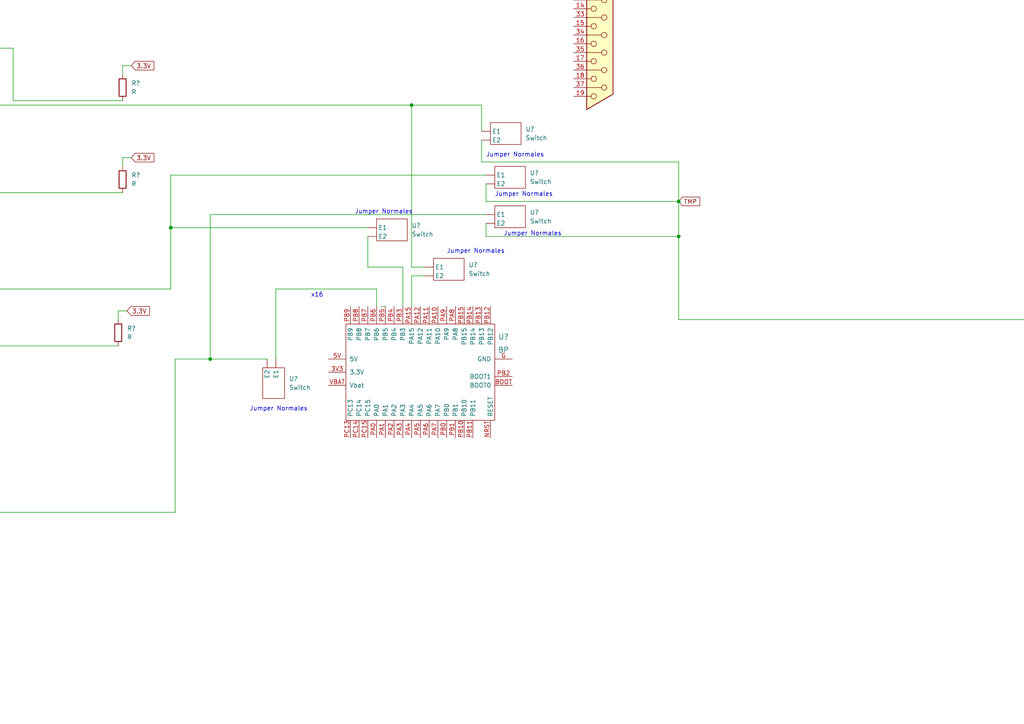
<source format=kicad_sch>
(kicad_sch (version 20211123) (generator eeschema)

  (uuid f5d1fd36-a507-40fb-9629-a44f5c6ba129)

  (paper "A4")

  (lib_symbols
    (symbol "Device:LED" (pin_numbers hide) (pin_names (offset 1.016) hide) (in_bom yes) (on_board yes)
      (property "Reference" "D" (id 0) (at 0 2.54 0)
        (effects (font (size 1.27 1.27)))
      )
      (property "Value" "LED" (id 1) (at 0 -2.54 0)
        (effects (font (size 1.27 1.27)))
      )
      (property "Footprint" "" (id 2) (at 0 0 0)
        (effects (font (size 1.27 1.27)) hide)
      )
      (property "Datasheet" "~" (id 3) (at 0 0 0)
        (effects (font (size 1.27 1.27)) hide)
      )
      (property "ki_keywords" "LED diode" (id 4) (at 0 0 0)
        (effects (font (size 1.27 1.27)) hide)
      )
      (property "ki_description" "Light emitting diode" (id 5) (at 0 0 0)
        (effects (font (size 1.27 1.27)) hide)
      )
      (property "ki_fp_filters" "LED* LED_SMD:* LED_THT:*" (id 6) (at 0 0 0)
        (effects (font (size 1.27 1.27)) hide)
      )
      (symbol "LED_0_1"
        (polyline
          (pts
            (xy -1.27 -1.27)
            (xy -1.27 1.27)
          )
          (stroke (width 0.254) (type default) (color 0 0 0 0))
          (fill (type none))
        )
        (polyline
          (pts
            (xy -1.27 0)
            (xy 1.27 0)
          )
          (stroke (width 0) (type default) (color 0 0 0 0))
          (fill (type none))
        )
        (polyline
          (pts
            (xy 1.27 -1.27)
            (xy 1.27 1.27)
            (xy -1.27 0)
            (xy 1.27 -1.27)
          )
          (stroke (width 0.254) (type default) (color 0 0 0 0))
          (fill (type none))
        )
        (polyline
          (pts
            (xy -3.048 -0.762)
            (xy -4.572 -2.286)
            (xy -3.81 -2.286)
            (xy -4.572 -2.286)
            (xy -4.572 -1.524)
          )
          (stroke (width 0) (type default) (color 0 0 0 0))
          (fill (type none))
        )
        (polyline
          (pts
            (xy -1.778 -0.762)
            (xy -3.302 -2.286)
            (xy -2.54 -2.286)
            (xy -3.302 -2.286)
            (xy -3.302 -1.524)
          )
          (stroke (width 0) (type default) (color 0 0 0 0))
          (fill (type none))
        )
      )
      (symbol "LED_1_1"
        (pin passive line (at -3.81 0 0) (length 2.54)
          (name "K" (effects (font (size 1.27 1.27))))
          (number "1" (effects (font (size 1.27 1.27))))
        )
        (pin passive line (at 3.81 0 180) (length 2.54)
          (name "A" (effects (font (size 1.27 1.27))))
          (number "2" (effects (font (size 1.27 1.27))))
        )
      )
    )
    (symbol "Device:R" (pin_numbers hide) (pin_names (offset 0)) (in_bom yes) (on_board yes)
      (property "Reference" "R" (id 0) (at 2.032 0 90)
        (effects (font (size 1.27 1.27)))
      )
      (property "Value" "R" (id 1) (at 0 0 90)
        (effects (font (size 1.27 1.27)))
      )
      (property "Footprint" "" (id 2) (at -1.778 0 90)
        (effects (font (size 1.27 1.27)) hide)
      )
      (property "Datasheet" "~" (id 3) (at 0 0 0)
        (effects (font (size 1.27 1.27)) hide)
      )
      (property "ki_keywords" "R res resistor" (id 4) (at 0 0 0)
        (effects (font (size 1.27 1.27)) hide)
      )
      (property "ki_description" "Resistor" (id 5) (at 0 0 0)
        (effects (font (size 1.27 1.27)) hide)
      )
      (property "ki_fp_filters" "R_*" (id 6) (at 0 0 0)
        (effects (font (size 1.27 1.27)) hide)
      )
      (symbol "R_0_1"
        (rectangle (start -1.016 -2.54) (end 1.016 2.54)
          (stroke (width 0.254) (type default) (color 0 0 0 0))
          (fill (type none))
        )
      )
      (symbol "R_1_1"
        (pin passive line (at 0 3.81 270) (length 1.27)
          (name "~" (effects (font (size 1.27 1.27))))
          (number "1" (effects (font (size 1.27 1.27))))
        )
        (pin passive line (at 0 -3.81 90) (length 1.27)
          (name "~" (effects (font (size 1.27 1.27))))
          (number "2" (effects (font (size 1.27 1.27))))
        )
      )
    )
    (symbol "Isolator:ILQ74" (pin_names (offset 1.016)) (in_bom yes) (on_board yes)
      (property "Reference" "U" (id 0) (at -5.08 5.08 0)
        (effects (font (size 1.27 1.27)) (justify left))
      )
      (property "Value" "ILQ74" (id 1) (at 0 5.08 0)
        (effects (font (size 1.27 1.27)) (justify left))
      )
      (property "Footprint" "" (id 2) (at -5.08 -5.08 0)
        (effects (font (size 1.27 1.27) italic) (justify left) hide)
      )
      (property "Datasheet" "https://www.vishay.com/docs/83640/ild74.pdf" (id 3) (at 0 0 0)
        (effects (font (size 1.27 1.27)) (justify left) hide)
      )
      (property "ki_keywords" "NPN DC Dual Optocoupler" (id 4) (at 0 0 0)
        (effects (font (size 1.27 1.27)) hide)
      )
      (property "ki_description" "Quad Optocoupler, NPN Phototransistor Output, TTL compatible, DIP16/SMD16" (id 5) (at 0 0 0)
        (effects (font (size 1.27 1.27)) hide)
      )
      (property "ki_fp_filters" "DIP*W7.62mm* DIP*W10.16mm* SMDIP*W9.53mm*Clearance8mm*" (id 6) (at 0 0 0)
        (effects (font (size 1.27 1.27)) hide)
      )
      (symbol "ILQ74_0_1"
        (rectangle (start -5.08 3.81) (end 5.08 -3.81)
          (stroke (width 0.254) (type default) (color 0 0 0 0))
          (fill (type background))
        )
        (polyline
          (pts
            (xy -3.175 -0.635)
            (xy -1.905 -0.635)
          )
          (stroke (width 0.254) (type default) (color 0 0 0 0))
          (fill (type none))
        )
        (polyline
          (pts
            (xy 2.54 0.635)
            (xy 4.445 2.54)
          )
          (stroke (width 0) (type default) (color 0 0 0 0))
          (fill (type none))
        )
        (polyline
          (pts
            (xy 4.445 -2.54)
            (xy 2.54 -0.635)
          )
          (stroke (width 0) (type default) (color 0 0 0 0))
          (fill (type outline))
        )
        (polyline
          (pts
            (xy 4.445 -2.54)
            (xy 5.08 -2.54)
          )
          (stroke (width 0) (type default) (color 0 0 0 0))
          (fill (type none))
        )
        (polyline
          (pts
            (xy 4.445 2.54)
            (xy 5.08 2.54)
          )
          (stroke (width 0) (type default) (color 0 0 0 0))
          (fill (type none))
        )
        (polyline
          (pts
            (xy -5.08 2.54)
            (xy -2.54 2.54)
            (xy -2.54 0.635)
          )
          (stroke (width 0) (type default) (color 0 0 0 0))
          (fill (type none))
        )
        (polyline
          (pts
            (xy 2.54 1.905)
            (xy 2.54 -1.905)
            (xy 2.54 -1.905)
          )
          (stroke (width 0.508) (type default) (color 0 0 0 0))
          (fill (type none))
        )
        (polyline
          (pts
            (xy -2.54 -0.635)
            (xy -3.175 0.635)
            (xy -1.905 0.635)
            (xy -2.54 -0.635)
          )
          (stroke (width 0.254) (type default) (color 0 0 0 0))
          (fill (type none))
        )
        (polyline
          (pts
            (xy -2.54 -0.635)
            (xy -2.54 1.27)
            (xy -2.54 -2.54)
            (xy -5.08 -2.54)
          )
          (stroke (width 0) (type default) (color 0 0 0 0))
          (fill (type none))
        )
        (polyline
          (pts
            (xy -0.508 -0.508)
            (xy 0.762 -0.508)
            (xy 0.381 -0.635)
            (xy 0.381 -0.381)
            (xy 0.762 -0.508)
          )
          (stroke (width 0) (type default) (color 0 0 0 0))
          (fill (type none))
        )
        (polyline
          (pts
            (xy -0.508 0.508)
            (xy 0.762 0.508)
            (xy 0.381 0.381)
            (xy 0.381 0.635)
            (xy 0.762 0.508)
          )
          (stroke (width 0) (type default) (color 0 0 0 0))
          (fill (type none))
        )
        (polyline
          (pts
            (xy 3.048 -1.651)
            (xy 3.556 -1.143)
            (xy 4.064 -2.159)
            (xy 3.048 -1.651)
            (xy 3.048 -1.651)
          )
          (stroke (width 0) (type default) (color 0 0 0 0))
          (fill (type outline))
        )
      )
      (symbol "ILQ74_1_1"
        (pin passive line (at -7.62 2.54 0) (length 2.54)
          (name "~" (effects (font (size 1.27 1.27))))
          (number "1" (effects (font (size 1.27 1.27))))
        )
        (pin passive line (at 7.62 2.54 180) (length 2.54)
          (name "~" (effects (font (size 1.27 1.27))))
          (number "15" (effects (font (size 1.27 1.27))))
        )
        (pin passive line (at 7.62 -2.54 180) (length 2.54)
          (name "~" (effects (font (size 1.27 1.27))))
          (number "16" (effects (font (size 1.27 1.27))))
        )
        (pin passive line (at -7.62 -2.54 0) (length 2.54)
          (name "~" (effects (font (size 1.27 1.27))))
          (number "2" (effects (font (size 1.27 1.27))))
        )
      )
      (symbol "ILQ74_2_1"
        (pin passive line (at 7.62 -2.54 180) (length 2.54)
          (name "~" (effects (font (size 1.27 1.27))))
          (number "13" (effects (font (size 1.27 1.27))))
        )
        (pin passive line (at 7.62 2.54 180) (length 2.54)
          (name "~" (effects (font (size 1.27 1.27))))
          (number "14" (effects (font (size 1.27 1.27))))
        )
        (pin passive line (at -7.62 -2.54 0) (length 2.54)
          (name "~" (effects (font (size 1.27 1.27))))
          (number "3" (effects (font (size 1.27 1.27))))
        )
        (pin passive line (at -7.62 2.54 0) (length 2.54)
          (name "~" (effects (font (size 1.27 1.27))))
          (number "4" (effects (font (size 1.27 1.27))))
        )
      )
      (symbol "ILQ74_3_1"
        (pin passive line (at 7.62 2.54 180) (length 2.54)
          (name "~" (effects (font (size 1.27 1.27))))
          (number "11" (effects (font (size 1.27 1.27))))
        )
        (pin passive line (at 7.62 -2.54 180) (length 2.54)
          (name "~" (effects (font (size 1.27 1.27))))
          (number "12" (effects (font (size 1.27 1.27))))
        )
        (pin passive line (at -7.62 2.54 0) (length 2.54)
          (name "~" (effects (font (size 1.27 1.27))))
          (number "5" (effects (font (size 1.27 1.27))))
        )
        (pin passive line (at -7.62 -2.54 0) (length 2.54)
          (name "~" (effects (font (size 1.27 1.27))))
          (number "6" (effects (font (size 1.27 1.27))))
        )
      )
      (symbol "ILQ74_4_1"
        (pin passive line (at 7.62 2.54 180) (length 2.54)
          (name "~" (effects (font (size 1.27 1.27))))
          (number "10" (effects (font (size 1.27 1.27))))
        )
        (pin passive line (at -7.62 -2.54 0) (length 2.54)
          (name "~" (effects (font (size 1.27 1.27))))
          (number "7" (effects (font (size 1.27 1.27))))
        )
        (pin passive line (at -7.62 2.54 0) (length 2.54)
          (name "~" (effects (font (size 1.27 1.27))))
          (number "8" (effects (font (size 1.27 1.27))))
        )
        (pin passive line (at 7.62 -2.54 180) (length 2.54)
          (name "~" (effects (font (size 1.27 1.27))))
          (number "9" (effects (font (size 1.27 1.27))))
        )
      )
    )
    (symbol "Isolator:LTV-847S" (pin_names (offset 1.016)) (in_bom yes) (on_board yes)
      (property "Reference" "U" (id 0) (at -3.81 5.08 0)
        (effects (font (size 1.27 1.27)))
      )
      (property "Value" "LTV-847S" (id 1) (at 0 -5.08 0)
        (effects (font (size 1.27 1.27)))
      )
      (property "Footprint" "Package_DIP:SMDIP-16_W9.53mm" (id 2) (at 0 -7.62 0)
        (effects (font (size 1.27 1.27)) hide)
      )
      (property "Datasheet" "http://www.us.liteon.com/downloads/LTV-817-827-847.PDF" (id 3) (at -15.24 11.43 0)
        (effects (font (size 1.27 1.27)) hide)
      )
      (property "ki_keywords" "NPN DC Optocoupler" (id 4) (at 0 0 0)
        (effects (font (size 1.27 1.27)) hide)
      )
      (property "ki_description" "DC Optocoupler, Vce 35V, CTR 50%, SMDIP-16" (id 5) (at 0 0 0)
        (effects (font (size 1.27 1.27)) hide)
      )
      (property "ki_fp_filters" "SMDIP*W9.53mm*" (id 6) (at 0 0 0)
        (effects (font (size 1.27 1.27)) hide)
      )
      (symbol "LTV-847S_0_1"
        (rectangle (start -5.08 3.81) (end 5.08 -3.81)
          (stroke (width 0.254) (type default) (color 0 0 0 0))
          (fill (type background))
        )
        (polyline
          (pts
            (xy -3.175 -0.635)
            (xy -1.905 -0.635)
          )
          (stroke (width 0.254) (type default) (color 0 0 0 0))
          (fill (type none))
        )
        (polyline
          (pts
            (xy 2.54 0.635)
            (xy 4.445 2.54)
          )
          (stroke (width 0) (type default) (color 0 0 0 0))
          (fill (type none))
        )
        (polyline
          (pts
            (xy 4.445 -2.54)
            (xy 2.54 -0.635)
          )
          (stroke (width 0) (type default) (color 0 0 0 0))
          (fill (type outline))
        )
        (polyline
          (pts
            (xy 4.445 -2.54)
            (xy 5.08 -2.54)
          )
          (stroke (width 0) (type default) (color 0 0 0 0))
          (fill (type none))
        )
        (polyline
          (pts
            (xy 4.445 2.54)
            (xy 5.08 2.54)
          )
          (stroke (width 0) (type default) (color 0 0 0 0))
          (fill (type none))
        )
        (polyline
          (pts
            (xy -2.54 -0.635)
            (xy -2.54 -2.54)
            (xy -5.08 -2.54)
          )
          (stroke (width 0) (type default) (color 0 0 0 0))
          (fill (type none))
        )
        (polyline
          (pts
            (xy 2.54 1.905)
            (xy 2.54 -1.905)
            (xy 2.54 -1.905)
          )
          (stroke (width 0.508) (type default) (color 0 0 0 0))
          (fill (type none))
        )
        (polyline
          (pts
            (xy -5.08 2.54)
            (xy -2.54 2.54)
            (xy -2.54 -1.27)
            (xy -2.54 0.635)
          )
          (stroke (width 0) (type default) (color 0 0 0 0))
          (fill (type none))
        )
        (polyline
          (pts
            (xy -2.54 -0.635)
            (xy -3.175 0.635)
            (xy -1.905 0.635)
            (xy -2.54 -0.635)
          )
          (stroke (width 0.254) (type default) (color 0 0 0 0))
          (fill (type none))
        )
        (polyline
          (pts
            (xy -0.508 -0.508)
            (xy 0.762 -0.508)
            (xy 0.381 -0.635)
            (xy 0.381 -0.381)
            (xy 0.762 -0.508)
          )
          (stroke (width 0) (type default) (color 0 0 0 0))
          (fill (type none))
        )
        (polyline
          (pts
            (xy -0.508 0.508)
            (xy 0.762 0.508)
            (xy 0.381 0.381)
            (xy 0.381 0.635)
            (xy 0.762 0.508)
          )
          (stroke (width 0) (type default) (color 0 0 0 0))
          (fill (type none))
        )
        (polyline
          (pts
            (xy 3.048 -1.651)
            (xy 3.556 -1.143)
            (xy 4.064 -2.159)
            (xy 3.048 -1.651)
            (xy 3.048 -1.651)
          )
          (stroke (width 0) (type default) (color 0 0 0 0))
          (fill (type outline))
        )
      )
      (symbol "LTV-847S_1_1"
        (pin passive line (at -7.62 2.54 0) (length 2.54)
          (name "~" (effects (font (size 1.27 1.27))))
          (number "1" (effects (font (size 1.27 1.27))))
        )
        (pin passive line (at 7.62 -2.54 180) (length 2.54)
          (name "~" (effects (font (size 1.27 1.27))))
          (number "15" (effects (font (size 1.27 1.27))))
        )
        (pin passive line (at 7.62 2.54 180) (length 2.54)
          (name "~" (effects (font (size 1.27 1.27))))
          (number "16" (effects (font (size 1.27 1.27))))
        )
        (pin passive line (at -7.62 -2.54 0) (length 2.54)
          (name "~" (effects (font (size 1.27 1.27))))
          (number "2" (effects (font (size 1.27 1.27))))
        )
      )
      (symbol "LTV-847S_2_1"
        (pin passive line (at 7.62 -2.54 180) (length 2.54)
          (name "~" (effects (font (size 1.27 1.27))))
          (number "13" (effects (font (size 1.27 1.27))))
        )
        (pin passive line (at 7.62 2.54 180) (length 2.54)
          (name "~" (effects (font (size 1.27 1.27))))
          (number "14" (effects (font (size 1.27 1.27))))
        )
        (pin passive line (at -7.62 2.54 0) (length 2.54)
          (name "~" (effects (font (size 1.27 1.27))))
          (number "3" (effects (font (size 1.27 1.27))))
        )
        (pin passive line (at -7.62 -2.54 0) (length 2.54)
          (name "~" (effects (font (size 1.27 1.27))))
          (number "4" (effects (font (size 1.27 1.27))))
        )
      )
      (symbol "LTV-847S_3_1"
        (pin passive line (at 7.62 -2.54 180) (length 2.54)
          (name "~" (effects (font (size 1.27 1.27))))
          (number "11" (effects (font (size 1.27 1.27))))
        )
        (pin passive line (at 7.62 2.54 180) (length 2.54)
          (name "~" (effects (font (size 1.27 1.27))))
          (number "12" (effects (font (size 1.27 1.27))))
        )
        (pin passive line (at -7.62 2.54 0) (length 2.54)
          (name "~" (effects (font (size 1.27 1.27))))
          (number "5" (effects (font (size 1.27 1.27))))
        )
        (pin passive line (at -7.62 -2.54 0) (length 2.54)
          (name "~" (effects (font (size 1.27 1.27))))
          (number "6" (effects (font (size 1.27 1.27))))
        )
      )
      (symbol "LTV-847S_4_1"
        (pin passive line (at 7.62 2.54 180) (length 2.54)
          (name "~" (effects (font (size 1.27 1.27))))
          (number "10" (effects (font (size 1.27 1.27))))
        )
        (pin passive line (at -7.62 2.54 0) (length 2.54)
          (name "~" (effects (font (size 1.27 1.27))))
          (number "7" (effects (font (size 1.27 1.27))))
        )
        (pin passive line (at -7.62 -2.54 0) (length 2.54)
          (name "~" (effects (font (size 1.27 1.27))))
          (number "8" (effects (font (size 1.27 1.27))))
        )
        (pin passive line (at 7.62 -2.54 180) (length 2.54)
          (name "~" (effects (font (size 1.27 1.27))))
          (number "9" (effects (font (size 1.27 1.27))))
        )
      )
    )
    (symbol "Simbolos PE:DB37_Female" (pin_names (offset 1.016) hide) (in_bom yes) (on_board yes)
      (property "Reference" "J" (id 0) (at 0 50.165 0)
        (effects (font (size 1.27 1.27)))
      )
      (property "Value" "DB37_Female" (id 1) (at 0 -50.8 0)
        (effects (font (size 1.27 1.27)))
      )
      (property "Footprint" "" (id 2) (at 0 0 0)
        (effects (font (size 1.27 1.27)) hide)
      )
      (property "Datasheet" " ~" (id 3) (at 0 0 0)
        (effects (font (size 1.27 1.27)) hide)
      )
      (property "ki_keywords" "female D-SUB connector" (id 4) (at 0 0 0)
        (effects (font (size 1.27 1.27)) hide)
      )
      (property "ki_description" "37-pin female D-SUB connector" (id 5) (at 0 0 0)
        (effects (font (size 1.27 1.27)) hide)
      )
      (property "ki_fp_filters" "DSUB*Female*" (id 6) (at 0 0 0)
        (effects (font (size 1.27 1.27)) hide)
      )
      (symbol "DB37_Female_0_1"
        (circle (center -1.778 -45.72) (radius 0.762)
          (stroke (width 0) (type default) (color 0 0 0 0))
          (fill (type none))
        )
        (circle (center -1.778 -40.64) (radius 0.762)
          (stroke (width 0) (type default) (color 0 0 0 0))
          (fill (type none))
        )
        (circle (center -1.778 -35.56) (radius 0.762)
          (stroke (width 0) (type default) (color 0 0 0 0))
          (fill (type none))
        )
        (circle (center -1.778 -30.48) (radius 0.762)
          (stroke (width 0) (type default) (color 0 0 0 0))
          (fill (type none))
        )
        (circle (center -1.778 -25.4) (radius 0.762)
          (stroke (width 0) (type default) (color 0 0 0 0))
          (fill (type none))
        )
        (circle (center -1.778 -20.32) (radius 0.762)
          (stroke (width 0) (type default) (color 0 0 0 0))
          (fill (type none))
        )
        (circle (center -1.778 -15.24) (radius 0.762)
          (stroke (width 0) (type default) (color 0 0 0 0))
          (fill (type none))
        )
        (circle (center -1.778 -10.16) (radius 0.762)
          (stroke (width 0) (type default) (color 0 0 0 0))
          (fill (type none))
        )
        (circle (center -1.778 -5.08) (radius 0.762)
          (stroke (width 0) (type default) (color 0 0 0 0))
          (fill (type none))
        )
        (circle (center -1.778 0) (radius 0.762)
          (stroke (width 0) (type default) (color 0 0 0 0))
          (fill (type none))
        )
        (circle (center -1.778 5.08) (radius 0.762)
          (stroke (width 0) (type default) (color 0 0 0 0))
          (fill (type none))
        )
        (circle (center -1.778 10.16) (radius 0.762)
          (stroke (width 0) (type default) (color 0 0 0 0))
          (fill (type none))
        )
        (circle (center -1.778 15.24) (radius 0.762)
          (stroke (width 0) (type default) (color 0 0 0 0))
          (fill (type none))
        )
        (circle (center -1.778 20.32) (radius 0.762)
          (stroke (width 0) (type default) (color 0 0 0 0))
          (fill (type none))
        )
        (circle (center -1.778 25.4) (radius 0.762)
          (stroke (width 0) (type default) (color 0 0 0 0))
          (fill (type none))
        )
        (circle (center -1.778 30.48) (radius 0.762)
          (stroke (width 0) (type default) (color 0 0 0 0))
          (fill (type none))
        )
        (circle (center -1.778 35.56) (radius 0.762)
          (stroke (width 0) (type default) (color 0 0 0 0))
          (fill (type none))
        )
        (circle (center -1.778 40.64) (radius 0.762)
          (stroke (width 0) (type default) (color 0 0 0 0))
          (fill (type none))
        )
        (circle (center -1.778 45.72) (radius 0.762)
          (stroke (width 0) (type default) (color 0 0 0 0))
          (fill (type none))
        )
        (polyline
          (pts
            (xy -3.81 -45.72)
            (xy -2.54 -45.72)
          )
          (stroke (width 0) (type default) (color 0 0 0 0))
          (fill (type none))
        )
        (polyline
          (pts
            (xy -3.81 -43.18)
            (xy 0.508 -43.18)
          )
          (stroke (width 0) (type default) (color 0 0 0 0))
          (fill (type none))
        )
        (polyline
          (pts
            (xy -3.81 -40.64)
            (xy -2.54 -40.64)
          )
          (stroke (width 0) (type default) (color 0 0 0 0))
          (fill (type none))
        )
        (polyline
          (pts
            (xy -3.81 -38.1)
            (xy 0.508 -38.1)
          )
          (stroke (width 0) (type default) (color 0 0 0 0))
          (fill (type none))
        )
        (polyline
          (pts
            (xy -3.81 -35.56)
            (xy -2.54 -35.56)
          )
          (stroke (width 0) (type default) (color 0 0 0 0))
          (fill (type none))
        )
        (polyline
          (pts
            (xy -3.81 -33.02)
            (xy 0.508 -33.02)
          )
          (stroke (width 0) (type default) (color 0 0 0 0))
          (fill (type none))
        )
        (polyline
          (pts
            (xy -3.81 -30.48)
            (xy -2.54 -30.48)
          )
          (stroke (width 0) (type default) (color 0 0 0 0))
          (fill (type none))
        )
        (polyline
          (pts
            (xy -3.81 -27.94)
            (xy 0.508 -27.94)
          )
          (stroke (width 0) (type default) (color 0 0 0 0))
          (fill (type none))
        )
        (polyline
          (pts
            (xy -3.81 -25.4)
            (xy -2.54 -25.4)
          )
          (stroke (width 0) (type default) (color 0 0 0 0))
          (fill (type none))
        )
        (polyline
          (pts
            (xy -3.81 -22.86)
            (xy 0.508 -22.86)
          )
          (stroke (width 0) (type default) (color 0 0 0 0))
          (fill (type none))
        )
        (polyline
          (pts
            (xy -3.81 -20.32)
            (xy -2.54 -20.32)
          )
          (stroke (width 0) (type default) (color 0 0 0 0))
          (fill (type none))
        )
        (polyline
          (pts
            (xy -3.81 -17.78)
            (xy 0.508 -17.78)
          )
          (stroke (width 0) (type default) (color 0 0 0 0))
          (fill (type none))
        )
        (polyline
          (pts
            (xy -3.81 -15.24)
            (xy -2.54 -15.24)
          )
          (stroke (width 0) (type default) (color 0 0 0 0))
          (fill (type none))
        )
        (polyline
          (pts
            (xy -3.81 -12.7)
            (xy 0.508 -12.7)
          )
          (stroke (width 0) (type default) (color 0 0 0 0))
          (fill (type none))
        )
        (polyline
          (pts
            (xy -3.81 -10.16)
            (xy -2.54 -10.16)
          )
          (stroke (width 0) (type default) (color 0 0 0 0))
          (fill (type none))
        )
        (polyline
          (pts
            (xy -3.81 -7.62)
            (xy 0.508 -7.62)
          )
          (stroke (width 0) (type default) (color 0 0 0 0))
          (fill (type none))
        )
        (polyline
          (pts
            (xy -3.81 -5.08)
            (xy -2.54 -5.08)
          )
          (stroke (width 0) (type default) (color 0 0 0 0))
          (fill (type none))
        )
        (polyline
          (pts
            (xy -3.81 -2.54)
            (xy 0.508 -2.54)
          )
          (stroke (width 0) (type default) (color 0 0 0 0))
          (fill (type none))
        )
        (polyline
          (pts
            (xy -3.81 0)
            (xy -2.54 0)
          )
          (stroke (width 0) (type default) (color 0 0 0 0))
          (fill (type none))
        )
        (polyline
          (pts
            (xy -3.81 2.54)
            (xy 0.508 2.54)
          )
          (stroke (width 0) (type default) (color 0 0 0 0))
          (fill (type none))
        )
        (polyline
          (pts
            (xy -3.81 5.08)
            (xy -2.54 5.08)
          )
          (stroke (width 0) (type default) (color 0 0 0 0))
          (fill (type none))
        )
        (polyline
          (pts
            (xy -3.81 7.62)
            (xy 0.508 7.62)
          )
          (stroke (width 0) (type default) (color 0 0 0 0))
          (fill (type none))
        )
        (polyline
          (pts
            (xy -3.81 10.16)
            (xy -2.54 10.16)
          )
          (stroke (width 0) (type default) (color 0 0 0 0))
          (fill (type none))
        )
        (polyline
          (pts
            (xy -3.81 12.7)
            (xy 0.508 12.7)
          )
          (stroke (width 0) (type default) (color 0 0 0 0))
          (fill (type none))
        )
        (polyline
          (pts
            (xy -3.81 15.24)
            (xy -2.54 15.24)
          )
          (stroke (width 0) (type default) (color 0 0 0 0))
          (fill (type none))
        )
        (polyline
          (pts
            (xy -3.81 17.78)
            (xy 0.508 17.78)
          )
          (stroke (width 0) (type default) (color 0 0 0 0))
          (fill (type none))
        )
        (polyline
          (pts
            (xy -3.81 20.32)
            (xy -2.54 20.32)
          )
          (stroke (width 0) (type default) (color 0 0 0 0))
          (fill (type none))
        )
        (polyline
          (pts
            (xy -3.81 22.86)
            (xy 0.508 22.86)
          )
          (stroke (width 0) (type default) (color 0 0 0 0))
          (fill (type none))
        )
        (polyline
          (pts
            (xy -3.81 25.4)
            (xy -2.54 25.4)
          )
          (stroke (width 0) (type default) (color 0 0 0 0))
          (fill (type none))
        )
        (polyline
          (pts
            (xy -3.81 27.94)
            (xy 0.508 27.94)
          )
          (stroke (width 0) (type default) (color 0 0 0 0))
          (fill (type none))
        )
        (polyline
          (pts
            (xy -3.81 30.48)
            (xy -2.54 30.48)
          )
          (stroke (width 0) (type default) (color 0 0 0 0))
          (fill (type none))
        )
        (polyline
          (pts
            (xy -3.81 33.02)
            (xy 0.508 33.02)
          )
          (stroke (width 0) (type default) (color 0 0 0 0))
          (fill (type none))
        )
        (polyline
          (pts
            (xy -3.81 35.56)
            (xy -2.54 35.56)
          )
          (stroke (width 0) (type default) (color 0 0 0 0))
          (fill (type none))
        )
        (polyline
          (pts
            (xy -3.81 38.1)
            (xy 0.508 38.1)
          )
          (stroke (width 0) (type default) (color 0 0 0 0))
          (fill (type none))
        )
        (polyline
          (pts
            (xy -3.81 40.64)
            (xy -2.54 40.64)
          )
          (stroke (width 0) (type default) (color 0 0 0 0))
          (fill (type none))
        )
        (polyline
          (pts
            (xy -3.81 43.18)
            (xy 0.508 43.18)
          )
          (stroke (width 0) (type default) (color 0 0 0 0))
          (fill (type none))
        )
        (polyline
          (pts
            (xy -3.81 45.72)
            (xy -2.54 45.72)
          )
          (stroke (width 0) (type default) (color 0 0 0 0))
          (fill (type none))
        )
        (polyline
          (pts
            (xy -3.81 -49.53)
            (xy 3.81 -45.085)
            (xy 3.81 45.085)
            (xy -3.81 48.895)
            (xy -3.81 -49.53)
          )
          (stroke (width 0.254) (type default) (color 0 0 0 0))
          (fill (type background))
        )
        (circle (center 1.27 -43.18) (radius 0.762)
          (stroke (width 0) (type default) (color 0 0 0 0))
          (fill (type none))
        )
        (circle (center 1.27 -38.1) (radius 0.762)
          (stroke (width 0) (type default) (color 0 0 0 0))
          (fill (type none))
        )
        (circle (center 1.27 -33.02) (radius 0.762)
          (stroke (width 0) (type default) (color 0 0 0 0))
          (fill (type none))
        )
        (circle (center 1.27 -27.94) (radius 0.762)
          (stroke (width 0) (type default) (color 0 0 0 0))
          (fill (type none))
        )
        (circle (center 1.27 -22.86) (radius 0.762)
          (stroke (width 0) (type default) (color 0 0 0 0))
          (fill (type none))
        )
        (circle (center 1.27 -17.78) (radius 0.762)
          (stroke (width 0) (type default) (color 0 0 0 0))
          (fill (type none))
        )
        (circle (center 1.27 -12.7) (radius 0.762)
          (stroke (width 0) (type default) (color 0 0 0 0))
          (fill (type none))
        )
        (circle (center 1.27 -7.62) (radius 0.762)
          (stroke (width 0) (type default) (color 0 0 0 0))
          (fill (type none))
        )
        (circle (center 1.27 -2.54) (radius 0.762)
          (stroke (width 0) (type default) (color 0 0 0 0))
          (fill (type none))
        )
        (circle (center 1.27 2.54) (radius 0.762)
          (stroke (width 0) (type default) (color 0 0 0 0))
          (fill (type none))
        )
        (circle (center 1.27 7.62) (radius 0.762)
          (stroke (width 0) (type default) (color 0 0 0 0))
          (fill (type none))
        )
        (circle (center 1.27 12.7) (radius 0.762)
          (stroke (width 0) (type default) (color 0 0 0 0))
          (fill (type none))
        )
        (circle (center 1.27 17.78) (radius 0.762)
          (stroke (width 0) (type default) (color 0 0 0 0))
          (fill (type none))
        )
        (circle (center 1.27 22.86) (radius 0.762)
          (stroke (width 0) (type default) (color 0 0 0 0))
          (fill (type none))
        )
        (circle (center 1.27 27.94) (radius 0.762)
          (stroke (width 0) (type default) (color 0 0 0 0))
          (fill (type none))
        )
        (circle (center 1.27 33.02) (radius 0.762)
          (stroke (width 0) (type default) (color 0 0 0 0))
          (fill (type none))
        )
        (circle (center 1.27 38.1) (radius 0.762)
          (stroke (width 0) (type default) (color 0 0 0 0))
          (fill (type none))
        )
        (circle (center 1.27 43.18) (radius 0.762)
          (stroke (width 0) (type default) (color 0 0 0 0))
          (fill (type none))
        )
      )
      (symbol "DB37_Female_1_1"
        (pin passive line (at -7.62 45.72 0) (length 3.81)
          (name "1" (effects (font (size 1.27 1.27))))
          (number "1" (effects (font (size 1.27 1.27))))
        )
        (pin passive line (at -7.62 0 0) (length 3.81)
          (name "10" (effects (font (size 1.27 1.27))))
          (number "10" (effects (font (size 1.27 1.27))))
        )
        (pin passive line (at -7.62 -5.08 0) (length 3.81)
          (name "11" (effects (font (size 1.27 1.27))))
          (number "11" (effects (font (size 1.27 1.27))))
        )
        (pin passive line (at -7.62 -10.16 0) (length 3.81)
          (name "12" (effects (font (size 1.27 1.27))))
          (number "12" (effects (font (size 1.27 1.27))))
        )
        (pin passive line (at -7.62 -15.24 0) (length 3.81)
          (name "13" (effects (font (size 1.27 1.27))))
          (number "13" (effects (font (size 1.27 1.27))))
        )
        (pin passive line (at -7.62 -20.32 0) (length 3.81)
          (name "14" (effects (font (size 1.27 1.27))))
          (number "14" (effects (font (size 1.27 1.27))))
        )
        (pin passive line (at -7.62 -25.4 0) (length 3.81)
          (name "15" (effects (font (size 1.27 1.27))))
          (number "15" (effects (font (size 1.27 1.27))))
        )
        (pin passive line (at -7.62 -30.48 0) (length 3.81)
          (name "16" (effects (font (size 1.27 1.27))))
          (number "16" (effects (font (size 1.27 1.27))))
        )
        (pin passive line (at -7.62 -35.56 0) (length 3.81)
          (name "17" (effects (font (size 1.27 1.27))))
          (number "17" (effects (font (size 1.27 1.27))))
        )
        (pin passive line (at -7.62 -40.64 0) (length 3.81)
          (name "18" (effects (font (size 1.27 1.27))))
          (number "18" (effects (font (size 1.27 1.27))))
        )
        (pin passive line (at -7.62 -45.72 0) (length 3.81)
          (name "19" (effects (font (size 1.27 1.27))))
          (number "19" (effects (font (size 1.27 1.27))))
        )
        (pin passive line (at -7.62 40.64 0) (length 3.81)
          (name "2" (effects (font (size 1.27 1.27))))
          (number "2" (effects (font (size 1.27 1.27))))
        )
        (pin passive line (at -7.62 43.18 0) (length 3.81)
          (name "20" (effects (font (size 1.27 1.27))))
          (number "20" (effects (font (size 1.27 1.27))))
        )
        (pin passive line (at -7.62 38.1 0) (length 3.81)
          (name "21" (effects (font (size 1.27 1.27))))
          (number "21" (effects (font (size 1.27 1.27))))
        )
        (pin passive line (at -7.62 33.02 0) (length 3.81)
          (name "22" (effects (font (size 1.27 1.27))))
          (number "22" (effects (font (size 1.27 1.27))))
        )
        (pin passive line (at -7.62 27.94 0) (length 3.81)
          (name "23" (effects (font (size 1.27 1.27))))
          (number "23" (effects (font (size 1.27 1.27))))
        )
        (pin passive line (at -7.62 22.86 0) (length 3.81)
          (name "24" (effects (font (size 1.27 1.27))))
          (number "24" (effects (font (size 1.27 1.27))))
        )
        (pin passive line (at -7.62 17.78 0) (length 3.81)
          (name "25" (effects (font (size 1.27 1.27))))
          (number "25" (effects (font (size 1.27 1.27))))
        )
        (pin passive line (at -7.62 12.7 0) (length 3.81)
          (name "26" (effects (font (size 1.27 1.27))))
          (number "26" (effects (font (size 1.27 1.27))))
        )
        (pin passive line (at -7.62 7.62 0) (length 3.81)
          (name "27" (effects (font (size 1.27 1.27))))
          (number "27" (effects (font (size 1.27 1.27))))
        )
        (pin passive line (at -7.62 2.54 0) (length 3.81)
          (name "28" (effects (font (size 1.27 1.27))))
          (number "28" (effects (font (size 1.27 1.27))))
        )
        (pin passive line (at -7.62 -2.54 0) (length 3.81)
          (name "29" (effects (font (size 1.27 1.27))))
          (number "29" (effects (font (size 1.27 1.27))))
        )
        (pin passive line (at -7.62 35.56 0) (length 3.81)
          (name "3" (effects (font (size 1.27 1.27))))
          (number "3" (effects (font (size 1.27 1.27))))
        )
        (pin passive line (at -7.62 -7.62 0) (length 3.81)
          (name "30" (effects (font (size 1.27 1.27))))
          (number "30" (effects (font (size 1.27 1.27))))
        )
        (pin passive line (at -7.62 -12.7 0) (length 3.81)
          (name "31" (effects (font (size 1.27 1.27))))
          (number "31" (effects (font (size 1.27 1.27))))
        )
        (pin passive line (at -7.62 -17.78 0) (length 3.81)
          (name "32" (effects (font (size 1.27 1.27))))
          (number "32" (effects (font (size 1.27 1.27))))
        )
        (pin passive line (at -7.62 -22.86 0) (length 3.81)
          (name "33" (effects (font (size 1.27 1.27))))
          (number "33" (effects (font (size 1.27 1.27))))
        )
        (pin passive line (at -7.62 -27.94 0) (length 3.81)
          (name "34" (effects (font (size 1.27 1.27))))
          (number "34" (effects (font (size 1.27 1.27))))
        )
        (pin passive line (at -7.62 -33.02 0) (length 3.81)
          (name "35" (effects (font (size 1.27 1.27))))
          (number "35" (effects (font (size 1.27 1.27))))
        )
        (pin passive line (at -7.62 -38.1 0) (length 3.81)
          (name "36" (effects (font (size 1.27 1.27))))
          (number "36" (effects (font (size 1.27 1.27))))
        )
        (pin passive line (at -7.62 -43.18 0) (length 3.81)
          (name "37" (effects (font (size 1.27 1.27))))
          (number "37" (effects (font (size 1.27 1.27))))
        )
        (pin passive line (at -7.62 30.48 0) (length 3.81)
          (name "4" (effects (font (size 1.27 1.27))))
          (number "4" (effects (font (size 1.27 1.27))))
        )
        (pin passive line (at -7.62 25.4 0) (length 3.81)
          (name "5" (effects (font (size 1.27 1.27))))
          (number "5" (effects (font (size 1.27 1.27))))
        )
        (pin passive line (at -7.62 20.32 0) (length 3.81)
          (name "6" (effects (font (size 1.27 1.27))))
          (number "6" (effects (font (size 1.27 1.27))))
        )
        (pin passive line (at -7.62 15.24 0) (length 3.81)
          (name "7" (effects (font (size 1.27 1.27))))
          (number "7" (effects (font (size 1.27 1.27))))
        )
        (pin passive line (at -7.62 10.16 0) (length 3.81)
          (name "8" (effects (font (size 1.27 1.27))))
          (number "8" (effects (font (size 1.27 1.27))))
        )
        (pin passive line (at -7.62 5.08 0) (length 3.81)
          (name "9" (effects (font (size 1.27 1.27))))
          (number "9" (effects (font (size 1.27 1.27))))
        )
      )
    )
    (symbol "Simbolos PE:KRC_X11" (in_bom yes) (on_board yes)
      (property "Reference" "KRC" (id 0) (at -3.81 -24.13 0)
        (effects (font (size 1.27 1.27)))
      )
      (property "Value" "KRC_X11" (id 1) (at 0 3.81 0)
        (effects (font (size 1.27 1.27)))
      )
      (property "Footprint" "" (id 2) (at 12.7 -19.05 0)
        (effects (font (size 1.27 1.27)) hide)
      )
      (property "Datasheet" "" (id 3) (at 12.7 -19.05 0)
        (effects (font (size 1.27 1.27)) hide)
      )
      (symbol "KRC_X11_0_1"
        (rectangle (start 10.16 -22.86) (end -8.89 2.54)
          (stroke (width 0) (type default) (color 0 0 0 0))
          (fill (type none))
        )
      )
      (symbol "KRC_X11_1_1"
        (pin input line (at 12.7 -5.08 180) (length 2.54)
          (name "Local_E-Stop_Channel_A" (effects (font (size 1.27 1.27))))
          (number "16" (effects (font (size 1.27 1.27))))
        )
        (pin input line (at 12.7 0 180) (length 2.54)
          (name "Local_E-Stop_Channel_B" (effects (font (size 1.27 1.27))))
          (number "17" (effects (font (size 1.27 1.27))))
        )
        (pin input line (at 12.7 -15.24 180) (length 2.54)
          (name "Test_output_B" (effects (font (size 1.27 1.27))))
          (number "23" (effects (font (size 1.27 1.27))))
        )
        (pin input line (at 12.7 -10.16 180) (length 2.54)
          (name "Extrenal_E-Stop__Channel_B" (effects (font (size 1.27 1.27))))
          (number "26" (effects (font (size 1.27 1.27))))
        )
        (pin input line (at 12.7 -7.62 180) (length 2.54)
          (name "Local_E-Stop_Channel_A" (effects (font (size 1.27 1.27))))
          (number "35" (effects (font (size 1.27 1.27))))
        )
        (pin input line (at 12.7 -2.54 180) (length 2.54)
          (name "Local_E-Stop_Channel_B" (effects (font (size 1.27 1.27))))
          (number "36" (effects (font (size 1.27 1.27))))
        )
        (pin input line (at 12.7 -17.78 180) (length 2.54)
          (name "Test_output_A" (effects (font (size 1.27 1.27))))
          (number "4" (effects (font (size 1.27 1.27))))
        )
        (pin input line (at 12.7 -12.7 180) (length 2.54)
          (name "Extrenal_E-Stop_Channel_A" (effects (font (size 1.27 1.27))))
          (number "7" (effects (font (size 1.27 1.27))))
        )
      )
    )
    (symbol "Simbolos PE:NECK_TB6560" (in_bom yes) (on_board yes)
      (property "Reference" "NECK" (id 0) (at -1.27 -5.08 0)
        (effects (font (size 1.27 1.27)))
      )
      (property "Value" "NECK_TB6560" (id 1) (at -2.54 3.81 0)
        (effects (font (size 1.27 1.27)))
      )
      (property "Footprint" "" (id 2) (at 2.54 2.54 0)
        (effects (font (size 1.27 1.27)) hide)
      )
      (property "Datasheet" "" (id 3) (at 2.54 2.54 0)
        (effects (font (size 1.27 1.27)) hide)
      )
      (symbol "NECK_TB6560_0_1"
        (rectangle (start -5.08 2.54) (end 2.54 -3.81)
          (stroke (width 0) (type default) (color 0 0 0 0))
          (fill (type none))
        )
      )
      (symbol "NECK_TB6560_1_1"
        (pin input line (at 5.08 -1.27 180) (length 2.54)
          (name "GND" (effects (font (size 1.27 1.27))))
          (number "1" (effects (font (size 1.27 1.27))))
        )
        (pin input line (at 5.08 1.27 180) (length 2.54)
          (name "Enable" (effects (font (size 1.27 1.27))))
          (number "2" (effects (font (size 1.27 1.27))))
        )
      )
    )
    (symbol "Simbolos PE:OpenCoRoCo" (in_bom yes) (on_board yes)
      (property "Reference" "OCRC" (id 0) (at -1.27 -5.08 0)
        (effects (font (size 1.27 1.27)))
      )
      (property "Value" "OpenCoRoCo" (id 1) (at -2.54 3.81 0)
        (effects (font (size 1.27 1.27)))
      )
      (property "Footprint" "" (id 2) (at 2.54 2.54 0)
        (effects (font (size 1.27 1.27)) hide)
      )
      (property "Datasheet" "" (id 3) (at 2.54 2.54 0)
        (effects (font (size 1.27 1.27)) hide)
      )
      (symbol "OpenCoRoCo_0_1"
        (rectangle (start -5.08 2.54) (end 2.54 -3.81)
          (stroke (width 0) (type default) (color 0 0 0 0))
          (fill (type none))
        )
      )
      (symbol "OpenCoRoCo_1_1"
        (pin input line (at 5.08 -1.27 180) (length 2.54)
          (name "GND" (effects (font (size 1.27 1.27))))
          (number "1" (effects (font (size 1.27 1.27))))
        )
        (pin input line (at 5.08 1.27 180) (length 2.54)
          (name "Break" (effects (font (size 1.27 1.27))))
          (number "2" (effects (font (size 1.27 1.27))))
        )
      )
    )
    (symbol "Simbolos PE:Switch" (in_bom yes) (on_board yes)
      (property "Reference" "U" (id 0) (at -1.27 -7.62 0)
        (effects (font (size 1.27 1.27)))
      )
      (property "Value" "Switch" (id 1) (at 0 1.27 0)
        (effects (font (size 1.27 1.27)))
      )
      (property "Footprint" "" (id 2) (at 5.08 0 0)
        (effects (font (size 1.27 1.27)) hide)
      )
      (property "Datasheet" "" (id 3) (at 5.08 0 0)
        (effects (font (size 1.27 1.27)) hide)
      )
      (symbol "Switch_0_1"
        (rectangle (start -3.81 0) (end 5.08 -6.35)
          (stroke (width 0) (type default) (color 0 0 0 0))
          (fill (type none))
        )
      )
      (symbol "Switch_1_1"
        (pin input line (at 7.62 -3.81 180) (length 2.54)
          (name "E1" (effects (font (size 1.27 1.27))))
          (number "" (effects (font (size 1.27 1.27))))
        )
        (pin input line (at 7.62 -1.27 180) (length 2.54)
          (name "E2" (effects (font (size 1.27 1.27))))
          (number "" (effects (font (size 1.27 1.27))))
        )
      )
    )
    (symbol "Simbolos PE:WH_db9" (in_bom yes) (on_board yes)
      (property "Reference" "WH" (id 0) (at -1.27 -5.08 0)
        (effects (font (size 1.27 1.27)))
      )
      (property "Value" "WH_db9" (id 1) (at -2.54 3.81 0)
        (effects (font (size 1.27 1.27)))
      )
      (property "Footprint" "" (id 2) (at 2.54 2.54 0)
        (effects (font (size 1.27 1.27)) hide)
      )
      (property "Datasheet" "" (id 3) (at 2.54 2.54 0)
        (effects (font (size 1.27 1.27)) hide)
      )
      (symbol "WH_db9_0_1"
        (rectangle (start -5.08 2.54) (end 2.54 -3.81)
          (stroke (width 0) (type default) (color 0 0 0 0))
          (fill (type none))
        )
      )
      (symbol "WH_db9_1_1"
        (pin input line (at 5.08 -1.27 180) (length 2.54)
          (name "GND" (effects (font (size 1.27 1.27))))
          (number "1" (effects (font (size 1.27 1.27))))
        )
        (pin input line (at 5.08 1.27 180) (length 2.54)
          (name "E-Stop" (effects (font (size 1.27 1.27))))
          (number "2" (effects (font (size 1.27 1.27))))
        )
      )
    )
    (symbol "Switch:SW_Push_Open" (pin_numbers hide) (pin_names (offset 1.016) hide) (in_bom yes) (on_board yes)
      (property "Reference" "SW" (id 0) (at 0 2.54 0)
        (effects (font (size 1.27 1.27)))
      )
      (property "Value" "SW_Push_Open" (id 1) (at 0 -1.905 0)
        (effects (font (size 1.27 1.27)))
      )
      (property "Footprint" "" (id 2) (at 0 5.08 0)
        (effects (font (size 1.27 1.27)) hide)
      )
      (property "Datasheet" "~" (id 3) (at 0 5.08 0)
        (effects (font (size 1.27 1.27)) hide)
      )
      (property "ki_keywords" "switch normally-closed pushbutton push-button" (id 4) (at 0 0 0)
        (effects (font (size 1.27 1.27)) hide)
      )
      (property "ki_description" "Push button switch, push-to-open, generic, two pins" (id 5) (at 0 0 0)
        (effects (font (size 1.27 1.27)) hide)
      )
      (symbol "SW_Push_Open_0_1"
        (circle (center -2.032 0) (radius 0.508)
          (stroke (width 0) (type default) (color 0 0 0 0))
          (fill (type none))
        )
        (polyline
          (pts
            (xy -2.54 -0.635)
            (xy 2.54 -0.635)
          )
          (stroke (width 0) (type default) (color 0 0 0 0))
          (fill (type none))
        )
        (polyline
          (pts
            (xy 0 -0.635)
            (xy 0 1.27)
          )
          (stroke (width 0) (type default) (color 0 0 0 0))
          (fill (type none))
        )
        (circle (center 2.032 0) (radius 0.508)
          (stroke (width 0) (type default) (color 0 0 0 0))
          (fill (type none))
        )
        (pin passive line (at -5.08 0 0) (length 2.54)
          (name "A" (effects (font (size 1.27 1.27))))
          (number "1" (effects (font (size 1.27 1.27))))
        )
      )
      (symbol "SW_Push_Open_1_1"
        (pin passive line (at 5.08 0 180) (length 2.54)
          (name "B" (effects (font (size 1.27 1.27))))
          (number "2" (effects (font (size 1.27 1.27))))
        )
      )
    )
    (symbol "Transistor_BJT:2N2219" (pin_names (offset 0) hide) (in_bom yes) (on_board yes)
      (property "Reference" "Q" (id 0) (at 5.08 1.905 0)
        (effects (font (size 1.27 1.27)) (justify left))
      )
      (property "Value" "2N2219" (id 1) (at 5.08 0 0)
        (effects (font (size 1.27 1.27)) (justify left))
      )
      (property "Footprint" "Package_TO_SOT_THT:TO-39-3" (id 2) (at 5.08 -1.905 0)
        (effects (font (size 1.27 1.27) italic) (justify left) hide)
      )
      (property "Datasheet" "http://www.onsemi.com/pub_link/Collateral/2N2219-D.PDF" (id 3) (at 0 0 0)
        (effects (font (size 1.27 1.27)) (justify left) hide)
      )
      (property "ki_keywords" "NPN Transistor" (id 4) (at 0 0 0)
        (effects (font (size 1.27 1.27)) hide)
      )
      (property "ki_description" "800mA Ic, 50V Vce, NPN Transistor, TO-39" (id 5) (at 0 0 0)
        (effects (font (size 1.27 1.27)) hide)
      )
      (property "ki_fp_filters" "TO?39*" (id 6) (at 0 0 0)
        (effects (font (size 1.27 1.27)) hide)
      )
      (symbol "2N2219_0_1"
        (polyline
          (pts
            (xy 0.635 0.635)
            (xy 2.54 2.54)
          )
          (stroke (width 0) (type default) (color 0 0 0 0))
          (fill (type none))
        )
        (polyline
          (pts
            (xy 0.635 -0.635)
            (xy 2.54 -2.54)
            (xy 2.54 -2.54)
          )
          (stroke (width 0) (type default) (color 0 0 0 0))
          (fill (type none))
        )
        (polyline
          (pts
            (xy 0.635 1.905)
            (xy 0.635 -1.905)
            (xy 0.635 -1.905)
          )
          (stroke (width 0.508) (type default) (color 0 0 0 0))
          (fill (type none))
        )
        (polyline
          (pts
            (xy 1.27 -1.778)
            (xy 1.778 -1.27)
            (xy 2.286 -2.286)
            (xy 1.27 -1.778)
            (xy 1.27 -1.778)
          )
          (stroke (width 0) (type default) (color 0 0 0 0))
          (fill (type outline))
        )
        (circle (center 1.27 0) (radius 2.8194)
          (stroke (width 0.254) (type default) (color 0 0 0 0))
          (fill (type none))
        )
      )
      (symbol "2N2219_1_1"
        (pin passive line (at 2.54 -5.08 90) (length 2.54)
          (name "E" (effects (font (size 1.27 1.27))))
          (number "1" (effects (font (size 1.27 1.27))))
        )
        (pin passive line (at -5.08 0 0) (length 5.715)
          (name "B" (effects (font (size 1.27 1.27))))
          (number "2" (effects (font (size 1.27 1.27))))
        )
        (pin passive line (at 2.54 5.08 270) (length 2.54)
          (name "C" (effects (font (size 1.27 1.27))))
          (number "3" (effects (font (size 1.27 1.27))))
        )
      )
    )
    (symbol "bp:BP" (pin_names (offset 1.016)) (in_bom yes) (on_board yes)
      (property "Reference" "U" (id 0) (at -12.7 22.86 0)
        (effects (font (size 1.524 1.524)))
      )
      (property "Value" "BP" (id 1) (at 7.62 -24.13 0)
        (effects (font (size 1.524 1.524)))
      )
      (property "Footprint" "Module:blue_pill" (id 2) (at -2.54 19.05 0)
        (effects (font (size 1.524 1.524)) hide)
      )
      (property "Datasheet" "https://www.electronicshub.org/getting-started-with-stm32f103c8t6-blue-pill/" (id 3) (at -2.54 19.05 0)
        (effects (font (size 1.524 1.524)) hide)
      )
      (symbol "BP_0_1"
        (rectangle (start -13.97 21.59) (end 13.97 -21.59)
          (stroke (width 0) (type default) (color 0 0 0 0))
          (fill (type none))
        )
      )
      (symbol "BP_1_1"
        (pin power_out line (at 0 26.67 270) (length 5.08)
          (name "3.3V" (effects (font (size 1.27 1.27))))
          (number "3V3" (effects (font (size 1.27 1.27))))
        )
        (pin power_out line (at 3.81 26.67 270) (length 5.08)
          (name "5V" (effects (font (size 1.27 1.27))))
          (number "5V" (effects (font (size 1.27 1.27))))
        )
        (pin input line (at -3.81 -26.67 90) (length 5.08)
          (name "BOOT0" (effects (font (size 1.27 1.27))))
          (number "BOOT" (effects (font (size 1.27 1.27))))
        )
        (pin power_out line (at 3.81 -26.67 90) (length 5.08)
          (name "GND" (effects (font (size 1.27 1.27))))
          (number "G" (effects (font (size 1.27 1.27))))
        )
        (pin input line (at -19.05 -20.32 0) (length 5.08)
          (name "RESET" (effects (font (size 1.27 1.27))))
          (number "NRST" (effects (font (size 1.27 1.27))))
        )
        (pin bidirectional line (at -19.05 12.7 0) (length 5.08)
          (name "PA0" (effects (font (size 1.27 1.27))))
          (number "PA0" (effects (font (size 1.27 1.27))))
        )
        (pin bidirectional line (at -19.05 10.16 0) (length 5.08)
          (name "PA1" (effects (font (size 1.27 1.27))))
          (number "PA1" (effects (font (size 1.27 1.27))))
        )
        (pin bidirectional line (at 19.05 -5.08 180) (length 5.08)
          (name "PA10" (effects (font (size 1.27 1.27))))
          (number "PA10" (effects (font (size 1.27 1.27))))
        )
        (pin bidirectional line (at 19.05 -2.54 180) (length 5.08)
          (name "PA11" (effects (font (size 1.27 1.27))))
          (number "PA11" (effects (font (size 1.27 1.27))))
        )
        (pin bidirectional line (at 19.05 0 180) (length 5.08)
          (name "PA12" (effects (font (size 1.27 1.27))))
          (number "PA12" (effects (font (size 1.27 1.27))))
        )
        (pin bidirectional line (at 19.05 2.54 180) (length 5.08)
          (name "PA15" (effects (font (size 1.27 1.27))))
          (number "PA15" (effects (font (size 1.27 1.27))))
        )
        (pin bidirectional line (at -19.05 7.62 0) (length 5.08)
          (name "PA2" (effects (font (size 1.27 1.27))))
          (number "PA2" (effects (font (size 1.27 1.27))))
        )
        (pin bidirectional line (at -19.05 5.08 0) (length 5.08)
          (name "PA3" (effects (font (size 1.27 1.27))))
          (number "PA3" (effects (font (size 1.27 1.27))))
        )
        (pin bidirectional line (at -19.05 2.54 0) (length 5.08)
          (name "PA4" (effects (font (size 1.27 1.27))))
          (number "PA4" (effects (font (size 1.27 1.27))))
        )
        (pin bidirectional line (at -19.05 0 0) (length 5.08)
          (name "PA5" (effects (font (size 1.27 1.27))))
          (number "PA5" (effects (font (size 1.27 1.27))))
        )
        (pin bidirectional line (at -19.05 -2.54 0) (length 5.08)
          (name "PA6" (effects (font (size 1.27 1.27))))
          (number "PA6" (effects (font (size 1.27 1.27))))
        )
        (pin bidirectional line (at -19.05 -5.08 0) (length 5.08)
          (name "PA7" (effects (font (size 1.27 1.27))))
          (number "PA7" (effects (font (size 1.27 1.27))))
        )
        (pin bidirectional line (at 19.05 -10.16 180) (length 5.08)
          (name "PA8" (effects (font (size 1.27 1.27))))
          (number "PA8" (effects (font (size 1.27 1.27))))
        )
        (pin bidirectional line (at 19.05 -7.62 180) (length 5.08)
          (name "PA9" (effects (font (size 1.27 1.27))))
          (number "PA9" (effects (font (size 1.27 1.27))))
        )
        (pin bidirectional line (at -19.05 -7.62 0) (length 5.08)
          (name "PB0" (effects (font (size 1.27 1.27))))
          (number "PB0" (effects (font (size 1.27 1.27))))
        )
        (pin bidirectional line (at -19.05 -10.16 0) (length 5.08)
          (name "PB1" (effects (font (size 1.27 1.27))))
          (number "PB1" (effects (font (size 1.27 1.27))))
        )
        (pin bidirectional line (at -19.05 -12.7 0) (length 5.08)
          (name "PB10" (effects (font (size 1.27 1.27))))
          (number "PB10" (effects (font (size 1.27 1.27))))
        )
        (pin bidirectional line (at -19.05 -15.24 0) (length 5.08)
          (name "PB11" (effects (font (size 1.27 1.27))))
          (number "PB11" (effects (font (size 1.27 1.27))))
        )
        (pin bidirectional line (at 19.05 -20.32 180) (length 5.08)
          (name "PB12" (effects (font (size 1.27 1.27))))
          (number "PB12" (effects (font (size 1.27 1.27))))
        )
        (pin bidirectional line (at 19.05 -17.78 180) (length 5.08)
          (name "PB13" (effects (font (size 1.27 1.27))))
          (number "PB13" (effects (font (size 1.27 1.27))))
        )
        (pin bidirectional line (at 19.05 -15.24 180) (length 5.08)
          (name "PB14" (effects (font (size 1.27 1.27))))
          (number "PB14" (effects (font (size 1.27 1.27))))
        )
        (pin bidirectional line (at 19.05 -12.7 180) (length 5.08)
          (name "PB15" (effects (font (size 1.27 1.27))))
          (number "PB15" (effects (font (size 1.27 1.27))))
        )
        (pin input line (at -1.27 -26.67 90) (length 5.08)
          (name "BOOT1" (effects (font (size 1.27 1.27))))
          (number "PB2" (effects (font (size 1.27 1.27))))
        )
        (pin bidirectional line (at 19.05 5.08 180) (length 5.08)
          (name "PB3" (effects (font (size 1.27 1.27))))
          (number "PB3" (effects (font (size 1.27 1.27))))
        )
        (pin bidirectional line (at 19.05 7.62 180) (length 5.08)
          (name "PB4" (effects (font (size 1.27 1.27))))
          (number "PB4" (effects (font (size 1.27 1.27))))
        )
        (pin bidirectional line (at 19.05 10.16 180) (length 5.08)
          (name "PB5" (effects (font (size 1.27 1.27))))
          (number "PB5" (effects (font (size 1.27 1.27))))
        )
        (pin bidirectional line (at 19.05 12.7 180) (length 5.08)
          (name "PB6" (effects (font (size 1.27 1.27))))
          (number "PB6" (effects (font (size 1.27 1.27))))
        )
        (pin bidirectional line (at 19.05 15.24 180) (length 5.08)
          (name "PB7" (effects (font (size 1.27 1.27))))
          (number "PB7" (effects (font (size 1.27 1.27))))
        )
        (pin bidirectional line (at 19.05 17.78 180) (length 5.08)
          (name "PB8" (effects (font (size 1.27 1.27))))
          (number "PB8" (effects (font (size 1.27 1.27))))
        )
        (pin bidirectional line (at 19.05 20.32 180) (length 5.08)
          (name "PB9" (effects (font (size 1.27 1.27))))
          (number "PB9" (effects (font (size 1.27 1.27))))
        )
        (pin bidirectional line (at -19.05 20.32 0) (length 5.08)
          (name "PC13" (effects (font (size 1.27 1.27))))
          (number "PC13" (effects (font (size 1.27 1.27))))
        )
        (pin bidirectional line (at -19.05 17.78 0) (length 5.08)
          (name "PC14" (effects (font (size 1.27 1.27))))
          (number "PC14" (effects (font (size 1.27 1.27))))
        )
        (pin bidirectional line (at -19.05 15.24 0) (length 5.08)
          (name "PC15" (effects (font (size 1.27 1.27))))
          (number "PC15" (effects (font (size 1.27 1.27))))
        )
        (pin power_in line (at -3.81 26.67 270) (length 5.08)
          (name "Vbat" (effects (font (size 1.27 1.27))))
          (number "VBAT" (effects (font (size 1.27 1.27))))
        )
      )
    )
    (symbol "power:GND" (power) (pin_names (offset 0)) (in_bom yes) (on_board yes)
      (property "Reference" "#PWR" (id 0) (at 0 -6.35 0)
        (effects (font (size 1.27 1.27)) hide)
      )
      (property "Value" "GND" (id 1) (at 0 -3.81 0)
        (effects (font (size 1.27 1.27)))
      )
      (property "Footprint" "" (id 2) (at 0 0 0)
        (effects (font (size 1.27 1.27)) hide)
      )
      (property "Datasheet" "" (id 3) (at 0 0 0)
        (effects (font (size 1.27 1.27)) hide)
      )
      (property "ki_keywords" "power-flag" (id 4) (at 0 0 0)
        (effects (font (size 1.27 1.27)) hide)
      )
      (property "ki_description" "Power symbol creates a global label with name \"GND\" , ground" (id 5) (at 0 0 0)
        (effects (font (size 1.27 1.27)) hide)
      )
      (symbol "GND_0_1"
        (polyline
          (pts
            (xy 0 0)
            (xy 0 -1.27)
            (xy 1.27 -1.27)
            (xy 0 -2.54)
            (xy -1.27 -1.27)
            (xy 0 -1.27)
          )
          (stroke (width 0) (type default) (color 0 0 0 0))
          (fill (type none))
        )
      )
      (symbol "GND_1_1"
        (pin power_in line (at 0 0 270) (length 0) hide
          (name "GND" (effects (font (size 1.27 1.27))))
          (number "1" (effects (font (size 1.27 1.27))))
        )
      )
    )
    (symbol "pspice:DIODE" (pin_names (offset 1.016) hide) (in_bom yes) (on_board yes)
      (property "Reference" "D" (id 0) (at 0 3.81 0)
        (effects (font (size 1.27 1.27)))
      )
      (property "Value" "DIODE" (id 1) (at 0 -4.445 0)
        (effects (font (size 1.27 1.27)))
      )
      (property "Footprint" "" (id 2) (at 0 0 0)
        (effects (font (size 1.27 1.27)) hide)
      )
      (property "Datasheet" "~" (id 3) (at 0 0 0)
        (effects (font (size 1.27 1.27)) hide)
      )
      (property "ki_keywords" "simulation" (id 4) (at 0 0 0)
        (effects (font (size 1.27 1.27)) hide)
      )
      (property "ki_description" "Diode symbol for simulation only. Pin order incompatible with official kicad footprints" (id 5) (at 0 0 0)
        (effects (font (size 1.27 1.27)) hide)
      )
      (symbol "DIODE_0_1"
        (polyline
          (pts
            (xy 1.905 2.54)
            (xy 1.905 -2.54)
          )
          (stroke (width 0) (type default) (color 0 0 0 0))
          (fill (type none))
        )
        (polyline
          (pts
            (xy -1.905 2.54)
            (xy -1.905 -2.54)
            (xy 1.905 0)
          )
          (stroke (width 0) (type default) (color 0 0 0 0))
          (fill (type outline))
        )
      )
      (symbol "DIODE_1_1"
        (pin input line (at -5.08 0 0) (length 3.81)
          (name "K" (effects (font (size 1.27 1.27))))
          (number "1" (effects (font (size 1.27 1.27))))
        )
        (pin input line (at 5.08 0 180) (length 3.81)
          (name "A" (effects (font (size 1.27 1.27))))
          (number "2" (effects (font (size 1.27 1.27))))
        )
      )
    )
  )

  (junction (at 336.55 92.71) (diameter 0) (color 0 0 0 0)
    (uuid 010996d0-89d0-429b-a988-fae583e96b66)
  )
  (junction (at 196.85 68.58) (diameter 0) (color 0 0 0 0)
    (uuid 1058f2f8-5f4a-458d-b230-5490ddfdf82f)
  )
  (junction (at -48.26 143.51) (diameter 0) (color 0 0 0 0)
    (uuid 15b472b4-8da3-45aa-a89b-39439b615696)
  )
  (junction (at -48.26 148.59) (diameter 0) (color 0 0 0 0)
    (uuid 36fcbb80-afc7-40a2-ab83-b06797f49fd2)
  )
  (junction (at 392.43 76.2) (diameter 0) (color 0 0 0 0)
    (uuid 37c065d3-8102-4dc8-ba59-cffbe21def5f)
  )
  (junction (at -48.26 19.05) (diameter 0) (color 0 0 0 0)
    (uuid 4afcd68d-486e-42c9-aa64-bb68c962fdb4)
  )
  (junction (at 327.66 92.71) (diameter 0) (color 0 0 0 0)
    (uuid 4f9b820f-b750-442c-92b8-16a316c62c1f)
  )
  (junction (at 407.67 96.52) (diameter 0) (color 0 0 0 0)
    (uuid 509f9142-de30-434e-aef2-5b28af39434b)
  )
  (junction (at -90.17 144.78) (diameter 0) (color 0 0 0 0)
    (uuid 5ac88e5a-53b4-4d26-8cf0-75e0aa781702)
  )
  (junction (at -59.69 143.51) (diameter 0) (color 0 0 0 0)
    (uuid 5ae86c74-3f2b-4cb9-9c8b-3c3654d6e7df)
  )
  (junction (at -80.01 19.05) (diameter 0) (color 0 0 0 0)
    (uuid 637885e9-8d4c-4ccf-9ac7-77c95830872a)
  )
  (junction (at 119.38 30.48) (diameter 0) (color 0 0 0 0)
    (uuid 78150138-8be1-475a-b708-c886fc5eab0a)
  )
  (junction (at -48.26 83.82) (diameter 0) (color 0 0 0 0)
    (uuid 7adceb26-2296-44f8-93cf-966402a46495)
  )
  (junction (at 383.54 97.79) (diameter 0) (color 0 0 0 0)
    (uuid 84bbbab8-695c-42cd-a9f0-527de89fb680)
  )
  (junction (at -48.26 78.74) (diameter 0) (color 0 0 0 0)
    (uuid 883f706a-36a3-49e4-b512-df04d3dcfbd2)
  )
  (junction (at 196.85 58.42) (diameter 0) (color 0 0 0 0)
    (uuid 8a4fbb3e-940e-40f9-8589-e7862c1544af)
  )
  (junction (at 49.53 66.04) (diameter 0) (color 0 0 0 0)
    (uuid 958aa030-a033-458a-acb2-e7da65fdf721)
  )
  (junction (at -80.01 83.82) (diameter 0) (color 0 0 0 0)
    (uuid a11400c9-8656-41b0-851b-433a2fb3e994)
  )
  (junction (at 392.43 72.39) (diameter 0) (color 0 0 0 0)
    (uuid a7f72a4e-7d3a-4320-a908-a5f369476df2)
  )
  (junction (at 392.43 96.52) (diameter 0) (color 0 0 0 0)
    (uuid bbaf77ba-36ee-49ec-9b6b-b569168dbb7d)
  )
  (junction (at 340.36 100.33) (diameter 0) (color 0 0 0 0)
    (uuid bc7716ee-9402-45b7-9167-4a63aca4953d)
  )
  (junction (at -59.69 78.74) (diameter 0) (color 0 0 0 0)
    (uuid c07c9142-5d8b-4db8-8cde-fa8aa93147db)
  )
  (junction (at -48.26 13.97) (diameter 0) (color 0 0 0 0)
    (uuid c4897e17-072e-4fd1-8636-1323b510a86c)
  )
  (junction (at -82.55 147.32) (diameter 0) (color 0 0 0 0)
    (uuid d564fb75-c615-41b8-bfea-33a20c30998b)
  )
  (junction (at 60.96 104.14) (diameter 0) (color 0 0 0 0)
    (uuid db3fdfd5-1dd7-4e57-9a70-5f4d436e0932)
  )
  (junction (at -81.28 78.74) (diameter 0) (color 0 0 0 0)
    (uuid ed3c9b37-5cc0-467d-899f-19fd9e11e13f)
  )
  (junction (at -59.69 13.97) (diameter 0) (color 0 0 0 0)
    (uuid eefcd2c1-be5a-47a4-962b-29686cf1d275)
  )

  (polyline (pts (xy 307.34 124.46) (xy 369.57 124.46))
    (stroke (width 0) (type default) (color 0 0 0 0))
    (uuid 008efcdb-b4e3-41ed-85b2-f745a21f1a3a)
  )

  (wire (pts (xy -59.69 6.35) (xy -59.69 7.62))
    (stroke (width 0) (type default) (color 0 0 0 0))
    (uuid 01481155-ecd2-426f-bf96-83a75d01973c)
  )
  (wire (pts (xy -2.54 143.51) (xy -2.54 100.33))
    (stroke (width 0) (type default) (color 0 0 0 0))
    (uuid 01596721-c3b1-4037-8102-57be3ba585ca)
  )
  (wire (pts (xy -19.05 143.51) (xy -2.54 143.51))
    (stroke (width 0) (type default) (color 0 0 0 0))
    (uuid 035dff80-90d0-4be5-86df-edbdaafb3ab9)
  )
  (wire (pts (xy -48.26 -5.08) (xy -48.26 -1.27))
    (stroke (width 0) (type default) (color 0 0 0 0))
    (uuid 058ed662-9b89-401f-94a8-453d84c4c0fb)
  )
  (wire (pts (xy 327.66 92.71) (xy 327.66 95.25))
    (stroke (width 0) (type default) (color 0 0 0 0))
    (uuid 07019bf1-b6fc-460c-a7d3-2feb91b0789c)
  )
  (wire (pts (xy 392.43 76.2) (xy 400.05 76.2))
    (stroke (width 0) (type default) (color 0 0 0 0))
    (uuid 0804ca7b-ed69-42c8-ad79-89032f88d7f2)
  )
  (wire (pts (xy -2.54 100.33) (xy 34.29 100.33))
    (stroke (width 0) (type default) (color 0 0 0 0))
    (uuid 0bf324f5-a90b-48f6-8e6a-c2ecc26891e7)
  )
  (wire (pts (xy -59.69 -5.08) (xy -57.15 -5.08))
    (stroke (width 0) (type default) (color 0 0 0 0))
    (uuid 0c2ed1e2-a48f-4538-9406-92d9e8dee0b9)
  )
  (polyline (pts (xy 369.57 124.46) (xy 369.57 53.34))
    (stroke (width 0) (type default) (color 0 0 0 0))
    (uuid 122774ac-5f42-4576-a675-3a199e37e3f5)
  )

  (wire (pts (xy -48.26 74.93) (xy -48.26 78.74))
    (stroke (width 0) (type default) (color 0 0 0 0))
    (uuid 16276f1f-4554-409f-a6a2-ca1a449cbf60)
  )
  (wire (pts (xy -34.29 13.97) (xy -48.26 13.97))
    (stroke (width 0) (type default) (color 0 0 0 0))
    (uuid 17103039-244b-44ea-912f-bf6f23db3f84)
  )
  (polyline (pts (xy -15.24 50.8) (xy -15.24 101.6))
    (stroke (width 0) (type default) (color 0 0 0 0))
    (uuid 17a2390d-5eb0-4ae7-bd47-d4cdd39332b9)
  )

  (wire (pts (xy -80.01 81.28) (xy -80.01 83.82))
    (stroke (width 0) (type default) (color 0 0 0 0))
    (uuid 197a2d04-1168-4c09-bfc4-fc21ee0be765)
  )
  (wire (pts (xy 140.97 58.42) (xy 196.85 58.42))
    (stroke (width 0) (type default) (color 0 0 0 0))
    (uuid 1a3231e0-3e47-4408-9706-11f0fa55a976)
  )
  (wire (pts (xy -34.29 19.05) (xy -48.26 19.05))
    (stroke (width 0) (type default) (color 0 0 0 0))
    (uuid 1bafd071-c68b-4606-a44a-02cb40e250b2)
  )
  (polyline (pts (xy -15.24 -13.97) (xy -15.24 36.83))
    (stroke (width 0) (type default) (color 0 0 0 0))
    (uuid 1ce1cb2d-73ff-435a-ae2b-a3067238421f)
  )

  (wire (pts (xy -104.14 44.45) (xy -104.14 45.72))
    (stroke (width 0) (type default) (color 0 0 0 0))
    (uuid 1dc8026d-0767-4e61-8ac6-fb5c1e7dca5f)
  )
  (wire (pts (xy 139.7 30.48) (xy 119.38 30.48))
    (stroke (width 0) (type default) (color 0 0 0 0))
    (uuid 1e437c21-f689-46d7-ae52-fa918ac8b814)
  )
  (wire (pts (xy -48.26 124.46) (xy -48.26 128.27))
    (stroke (width 0) (type default) (color 0 0 0 0))
    (uuid 1e9e86d8-454b-4eee-ae59-5a73073fec84)
  )
  (wire (pts (xy 106.68 77.47) (xy 116.84 77.47))
    (stroke (width 0) (type default) (color 0 0 0 0))
    (uuid 21b2fea4-e398-42df-8177-1727a1a5811c)
  )
  (wire (pts (xy 196.85 58.42) (xy 196.85 68.58))
    (stroke (width 0) (type default) (color 0 0 0 0))
    (uuid 243211c9-4dc6-4916-802f-294ed7451759)
  )
  (wire (pts (xy 383.54 109.22) (xy 383.54 114.3))
    (stroke (width 0) (type default) (color 0 0 0 0))
    (uuid 26ffd88a-bfc0-42a0-bddb-e7be778ccc05)
  )
  (wire (pts (xy 35.56 19.05) (xy 38.1 19.05))
    (stroke (width 0) (type default) (color 0 0 0 0))
    (uuid 271904d9-a825-411e-a954-5e534a424d27)
  )
  (wire (pts (xy 119.38 30.48) (xy -1.27 30.48))
    (stroke (width 0) (type default) (color 0 0 0 0))
    (uuid 2793a1b7-da6a-4858-b7c2-2aa7bbf846a9)
  )
  (polyline (pts (xy -88.9 172.72) (xy -88.9 118.11))
    (stroke (width 0) (type default) (color 0 0 0 0))
    (uuid 280c3192-84d4-493c-b8f1-31f2f6921794)
  )
  (polyline (pts (xy -15.24 101.6) (xy -82.55 101.6))
    (stroke (width 0) (type default) (color 0 0 0 0))
    (uuid 283885ac-dd2e-4102-a2db-ca59f9a7af2e)
  )

  (wire (pts (xy -90.17 30.48) (xy -90.17 34.29))
    (stroke (width 0) (type default) (color 0 0 0 0))
    (uuid 2b3ebc0c-0192-4245-93ed-8568a01bb15a)
  )
  (wire (pts (xy 336.55 85.09) (xy 336.55 92.71))
    (stroke (width 0) (type default) (color 0 0 0 0))
    (uuid 2c46842d-180b-4b82-b985-21b1e1775ce8)
  )
  (wire (pts (xy 139.7 40.64) (xy 139.7 46.99))
    (stroke (width 0) (type default) (color 0 0 0 0))
    (uuid 2c78b0ee-5433-4a77-800c-4eb57cc1ac1e)
  )
  (wire (pts (xy -48.26 83.82) (xy -48.26 87.63))
    (stroke (width 0) (type default) (color 0 0 0 0))
    (uuid 2eac3b93-5756-4c53-99b6-96116e9d0f22)
  )
  (wire (pts (xy -59.69 124.46) (xy -57.15 124.46))
    (stroke (width 0) (type default) (color 0 0 0 0))
    (uuid 2fa81663-fee1-4f99-81d6-0b8332f0e5a3)
  )
  (wire (pts (xy -48.26 143.51) (xy -59.69 143.51))
    (stroke (width 0) (type default) (color 0 0 0 0))
    (uuid 31ddaa8d-0883-432f-9e49-6c2b43339f1b)
  )
  (wire (pts (xy -34.29 83.82) (xy -48.26 83.82))
    (stroke (width 0) (type default) (color 0 0 0 0))
    (uuid 31f4be11-a487-40ff-bd89-629384962035)
  )
  (polyline (pts (xy -88.9 118.11) (xy -88.9 115.57))
    (stroke (width 0) (type default) (color 0 0 0 0))
    (uuid 32ea5014-4e43-4791-b6c8-76c3e51fd3cb)
  )

  (wire (pts (xy 407.67 96.52) (xy 412.75 96.52))
    (stroke (width 0) (type default) (color 0 0 0 0))
    (uuid 33724202-cff1-4570-8da2-e8ab29984059)
  )
  (wire (pts (xy -59.69 10.16) (xy -59.69 13.97))
    (stroke (width 0) (type default) (color 0 0 0 0))
    (uuid 340e4dff-a319-4bea-94ac-fb8a3d4b642c)
  )
  (wire (pts (xy 35.56 29.21) (xy 3.81 29.21))
    (stroke (width 0) (type default) (color 0 0 0 0))
    (uuid 385c595e-f75e-4707-aa3e-74647180fd32)
  )
  (wire (pts (xy 327.66 105.41) (xy 327.66 110.49))
    (stroke (width 0) (type default) (color 0 0 0 0))
    (uuid 38a7794c-5b81-4192-be8c-66061dfb4f11)
  )
  (wire (pts (xy -88.9 19.05) (xy -90.17 19.05))
    (stroke (width 0) (type default) (color 0 0 0 0))
    (uuid 3a1d5f63-15df-4bf3-b80a-1a569a4e76f3)
  )
  (wire (pts (xy 140.97 68.58) (xy 196.85 68.58))
    (stroke (width 0) (type default) (color 0 0 0 0))
    (uuid 3d432aac-7b6b-483d-9685-4eb6728a0636)
  )
  (wire (pts (xy 34.29 92.71) (xy 34.29 90.17))
    (stroke (width 0) (type default) (color 0 0 0 0))
    (uuid 3d8c5418-e765-4e18-9968-8a87ba1b96fd)
  )
  (wire (pts (xy -90.17 144.78) (xy -59.69 144.78))
    (stroke (width 0) (type default) (color 0 0 0 0))
    (uuid 3dbc1baa-e0f2-4624-a880-1a6a04307098)
  )
  (polyline (pts (xy -71.12 -13.97) (xy -71.12 -12.7))
    (stroke (width 0) (type default) (color 0 0 0 0))
    (uuid 40297182-aaad-43b2-81b7-ac06665e8a39)
  )

  (wire (pts (xy -49.53 -5.08) (xy -48.26 -5.08))
    (stroke (width 0) (type default) (color 0 0 0 0))
    (uuid 41bd98e6-5aa4-4fcf-8287-ecfd7095e70f)
  )
  (wire (pts (xy 320.04 100.33) (xy 340.36 100.33))
    (stroke (width 0) (type default) (color 0 0 0 0))
    (uuid 42b01ba2-1a61-46eb-a83c-0ddf95741da2)
  )
  (wire (pts (xy 365.76 72.39) (xy 392.43 72.39))
    (stroke (width 0) (type default) (color 0 0 0 0))
    (uuid 4313ec60-d958-4561-8dcc-2069fbe645a5)
  )
  (wire (pts (xy -59.69 128.27) (xy -59.69 124.46))
    (stroke (width 0) (type default) (color 0 0 0 0))
    (uuid 45310fc1-b2a3-4dc2-a91f-e3b348d1de3a)
  )
  (polyline (pts (xy -82.55 50.8) (xy -71.12 50.8))
    (stroke (width 0) (type default) (color 0 0 0 0))
    (uuid 45759827-755f-4e0a-8248-b852abfc172d)
  )

  (wire (pts (xy 60.96 104.14) (xy 77.47 104.14))
    (stroke (width 0) (type default) (color 0 0 0 0))
    (uuid 462da5f6-a8a1-477c-8d87-51585c93c368)
  )
  (wire (pts (xy -81.28 76.2) (xy -81.28 78.74))
    (stroke (width 0) (type default) (color 0 0 0 0))
    (uuid 4a141f09-d263-41da-b5a9-b3cae7ddc5d6)
  )
  (polyline (pts (xy -82.55 50.8) (xy -15.24 50.8))
    (stroke (width 0) (type default) (color 0 0 0 0))
    (uuid 4be62c21-baa1-4ae6-b236-e78499b26815)
  )
  (polyline (pts (xy -82.55 36.83) (xy -82.55 -13.97))
    (stroke (width 0) (type default) (color 0 0 0 0))
    (uuid 4dc5b81b-a2c3-440a-b76c-acc7f59cd9a5)
  )

  (wire (pts (xy 49.53 50.8) (xy 49.53 66.04))
    (stroke (width 0) (type default) (color 0 0 0 0))
    (uuid 4de0364d-d590-497d-b4e6-56c114e84853)
  )
  (wire (pts (xy 392.43 97.79) (xy 392.43 96.52))
    (stroke (width 0) (type default) (color 0 0 0 0))
    (uuid 4e559987-9258-4dbf-8f42-0d84580ac050)
  )
  (wire (pts (xy 119.38 30.48) (xy 119.38 77.47))
    (stroke (width 0) (type default) (color 0 0 0 0))
    (uuid 4ea0dc80-ab9a-4735-8f06-a303016a2dda)
  )
  (wire (pts (xy -19.05 83.82) (xy 49.53 83.82))
    (stroke (width 0) (type default) (color 0 0 0 0))
    (uuid 4edb37da-f3d2-41a4-bc53-529e8a2567a8)
  )
  (polyline (pts (xy 307.34 53.34) (xy 307.34 124.46))
    (stroke (width 0) (type default) (color 0 0 0 0))
    (uuid 4f70c87c-12be-4bb5-83aa-f1638770fdf7)
  )

  (wire (pts (xy -19.05 78.74) (xy -19.05 55.88))
    (stroke (width 0) (type default) (color 0 0 0 0))
    (uuid 52fd92b9-f2d4-4ab1-a716-92a213e8da04)
  )
  (wire (pts (xy 336.55 92.71) (xy 346.71 92.71))
    (stroke (width 0) (type default) (color 0 0 0 0))
    (uuid 534881cb-568f-4ac7-83f5-2e8a7d389c91)
  )
  (wire (pts (xy -34.29 78.74) (xy -48.26 78.74))
    (stroke (width 0) (type default) (color 0 0 0 0))
    (uuid 55ae7b4a-12f8-4780-b993-b0e479d21154)
  )
  (wire (pts (xy -19.05 148.59) (xy 50.8 148.59))
    (stroke (width 0) (type default) (color 0 0 0 0))
    (uuid 560905df-98f8-4b65-bbcc-699460232463)
  )
  (wire (pts (xy -48.26 83.82) (xy -80.01 83.82))
    (stroke (width 0) (type default) (color 0 0 0 0))
    (uuid 56a5a9e5-db88-4693-b050-76a7264389b8)
  )
  (wire (pts (xy 80.01 104.14) (xy 80.01 83.82))
    (stroke (width 0) (type default) (color 0 0 0 0))
    (uuid 573c0ea3-ac72-4aed-952a-6cc17798fdf8)
  )
  (wire (pts (xy -92.71 144.78) (xy -90.17 144.78))
    (stroke (width 0) (type default) (color 0 0 0 0))
    (uuid 57e96147-67d4-4107-be4d-9bd57f988912)
  )
  (polyline (pts (xy -86.36 115.57) (xy -15.24 115.57))
    (stroke (width 0) (type default) (color 0 0 0 0))
    (uuid 588882bd-8848-4c1b-aba5-aec86a1d7b68)
  )

  (wire (pts (xy -82.55 147.32) (xy -82.55 156.21))
    (stroke (width 0) (type default) (color 0 0 0 0))
    (uuid 599d7587-ba90-4fcf-a2f4-7c22bd49377d)
  )
  (wire (pts (xy -59.69 139.7) (xy -59.69 143.51))
    (stroke (width 0) (type default) (color 0 0 0 0))
    (uuid 5b7b94d7-79c0-4280-a4de-e0c70fd186da)
  )
  (polyline (pts (xy 369.57 53.34) (xy 306.07 53.34))
    (stroke (width 0) (type default) (color 0 0 0 0))
    (uuid 5d02e28b-4ab7-4280-b0e4-2ea9ba3e87ca)
  )

  (wire (pts (xy 139.7 46.99) (xy 196.85 46.99))
    (stroke (width 0) (type default) (color 0 0 0 0))
    (uuid 5d2b8e76-3407-47f7-8f18-e76ac4990889)
  )
  (wire (pts (xy -48.26 90.17) (xy -48.26 93.98))
    (stroke (width 0) (type default) (color 0 0 0 0))
    (uuid 5e6571b6-e4c3-493c-8c1d-52d2b567c984)
  )
  (wire (pts (xy -48.26 154.94) (xy -48.26 158.75))
    (stroke (width 0) (type default) (color 0 0 0 0))
    (uuid 5e884fd4-6441-47fd-bebd-0b524cc1a470)
  )
  (wire (pts (xy -1.27 19.05) (xy -19.05 19.05))
    (stroke (width 0) (type default) (color 0 0 0 0))
    (uuid 60703e46-0a7d-4280-9485-da5c97e3a793)
  )
  (wire (pts (xy -34.29 148.59) (xy -48.26 148.59))
    (stroke (width 0) (type default) (color 0 0 0 0))
    (uuid 60783ea2-0abb-474a-b7c3-c6d6b082bff0)
  )
  (polyline (pts (xy -15.24 172.72) (xy -88.9 172.72))
    (stroke (width 0) (type default) (color 0 0 0 0))
    (uuid 61a631a8-4f68-49b3-a42b-7624eeecdcb6)
  )

  (wire (pts (xy 196.85 68.58) (xy 196.85 92.71))
    (stroke (width 0) (type default) (color 0 0 0 0))
    (uuid 632642f8-7e13-4b68-9544-24f5b0bdb5f2)
  )
  (wire (pts (xy -48.26 25.4) (xy -48.26 29.21))
    (stroke (width 0) (type default) (color 0 0 0 0))
    (uuid 64fff956-1f91-4ff2-977a-0c3630850bb9)
  )
  (wire (pts (xy -48.26 135.89) (xy -48.26 137.16))
    (stroke (width 0) (type default) (color 0 0 0 0))
    (uuid 662226e7-16df-48c4-8a65-77c13f2c4916)
  )
  (wire (pts (xy 336.55 81.28) (xy 336.55 82.55))
    (stroke (width 0) (type default) (color 0 0 0 0))
    (uuid 6828222d-2df5-4a86-8034-c21c84c67ac3)
  )
  (polyline (pts (xy -82.55 -13.97) (xy -71.12 -13.97))
    (stroke (width 0) (type default) (color 0 0 0 0))
    (uuid 686b3d76-471e-486d-90c5-41f39f869d23)
  )

  (wire (pts (xy 49.53 66.04) (xy 106.68 66.04))
    (stroke (width 0) (type default) (color 0 0 0 0))
    (uuid 68af254f-d6fa-4e00-8f15-0dfc2ba2d775)
  )
  (wire (pts (xy 140.97 64.77) (xy 140.97 68.58))
    (stroke (width 0) (type default) (color 0 0 0 0))
    (uuid 698238e6-0cf5-476b-925b-e984db6b4259)
  )
  (wire (pts (xy -19.05 55.88) (xy 35.56 55.88))
    (stroke (width 0) (type default) (color 0 0 0 0))
    (uuid 6a1474d2-6a5c-46a1-bea8-3df0efe09313)
  )
  (wire (pts (xy -48.26 19.05) (xy -48.26 22.86))
    (stroke (width 0) (type default) (color 0 0 0 0))
    (uuid 6a361a90-fb25-4f79-9110-207475cddd9a)
  )
  (wire (pts (xy -48.26 10.16) (xy -48.26 13.97))
    (stroke (width 0) (type default) (color 0 0 0 0))
    (uuid 6b45efde-b8d9-4191-9ee4-877ab10859c1)
  )
  (wire (pts (xy 392.43 72.39) (xy 392.43 76.2))
    (stroke (width 0) (type default) (color 0 0 0 0))
    (uuid 6b499265-0ce9-484c-b5e7-e0871fa323dd)
  )
  (wire (pts (xy 140.97 53.34) (xy 140.97 58.42))
    (stroke (width 0) (type default) (color 0 0 0 0))
    (uuid 6b79a0c0-a2ff-43ca-be87-3cbfa1f9e6c9)
  )
  (polyline (pts (xy -88.9 118.11) (xy -87.63 118.11))
    (stroke (width 0) (type default) (color 0 0 0 0))
    (uuid 6bd514d0-085a-4163-9383-48a4818615a6)
  )

  (wire (pts (xy 35.56 48.26) (xy 35.56 45.72))
    (stroke (width 0) (type default) (color 0 0 0 0))
    (uuid 6bf1dfce-25f4-433b-8462-25eb3da90541)
  )
  (wire (pts (xy 361.95 92.71) (xy 365.76 92.71))
    (stroke (width 0) (type default) (color 0 0 0 0))
    (uuid 6e623b4f-aab8-4f91-b147-ead783f6f880)
  )
  (wire (pts (xy 106.68 68.58) (xy 106.68 77.47))
    (stroke (width 0) (type default) (color 0 0 0 0))
    (uuid 6f614eb3-354b-496e-a3ab-9a440c8d2596)
  )
  (wire (pts (xy 327.66 92.71) (xy 196.85 92.71))
    (stroke (width 0) (type default) (color 0 0 0 0))
    (uuid 6f809f28-5c09-4932-a013-c1fcd37a04de)
  )
  (wire (pts (xy 110.49 88.9) (xy 111.76 88.9))
    (stroke (width 0) (type default) (color 0 0 0 0))
    (uuid 744d0240-8397-42cc-9ff4-1a63f2255d8e)
  )
  (wire (pts (xy 34.29 90.17) (xy 36.83 90.17))
    (stroke (width 0) (type default) (color 0 0 0 0))
    (uuid 77da70e5-e02e-4de0-a701-f426109c1e11)
  )
  (wire (pts (xy 140.97 50.8) (xy 49.53 50.8))
    (stroke (width 0) (type default) (color 0 0 0 0))
    (uuid 7857a77a-948d-43be-87dc-c596f3f62946)
  )
  (wire (pts (xy 340.36 100.33) (xy 340.36 105.41))
    (stroke (width 0) (type default) (color 0 0 0 0))
    (uuid 793a44ca-261f-4ca2-ba55-fa0f4f5557c3)
  )
  (polyline (pts (xy -15.24 36.83) (xy -82.55 36.83))
    (stroke (width 0) (type default) (color 0 0 0 0))
    (uuid 79a2c7f9-d96a-4604-9371-c3fd73f1ef88)
  )

  (wire (pts (xy 139.7 38.1) (xy 139.7 30.48))
    (stroke (width 0) (type default) (color 0 0 0 0))
    (uuid 7e7aca1b-4722-4466-974f-90f727531edc)
  )
  (wire (pts (xy -48.26 13.97) (xy -59.69 13.97))
    (stroke (width 0) (type default) (color 0 0 0 0))
    (uuid 7f1f5e6e-b2e3-4a37-bd38-dd80292063ed)
  )
  (wire (pts (xy -81.28 78.74) (xy -59.69 78.74))
    (stroke (width 0) (type default) (color 0 0 0 0))
    (uuid 7f58a6d5-9a66-4831-b70a-7cdd71d329bd)
  )
  (wire (pts (xy 196.85 46.99) (xy 196.85 58.42))
    (stroke (width 0) (type default) (color 0 0 0 0))
    (uuid 7ff1edef-f89c-4211-af64-e11e9b89a5e2)
  )
  (polyline (pts (xy -82.55 -13.97) (xy -15.24 -13.97))
    (stroke (width 0) (type default) (color 0 0 0 0))
    (uuid 80a02c91-0091-4371-92ad-394fc4950b2b)
  )

  (wire (pts (xy 336.55 59.69) (xy 336.55 58.42))
    (stroke (width 0) (type default) (color 0 0 0 0))
    (uuid 82e6ff45-b63a-4aee-9a32-ad9af47e9f11)
  )
  (wire (pts (xy -48.26 139.7) (xy -48.26 143.51))
    (stroke (width 0) (type default) (color 0 0 0 0))
    (uuid 84c380c8-d41b-41d1-834f-d877a6c2e3d1)
  )
  (wire (pts (xy -59.69 135.89) (xy -59.69 137.16))
    (stroke (width 0) (type default) (color 0 0 0 0))
    (uuid 86aeca92-ac78-477c-9cdc-383c59fb3928)
  )
  (wire (pts (xy -48.26 148.59) (xy -48.26 152.4))
    (stroke (width 0) (type default) (color 0 0 0 0))
    (uuid 87861a69-acfe-40bf-8bf3-10bd50274b96)
  )
  (wire (pts (xy -48.26 59.69) (xy -48.26 63.5))
    (stroke (width 0) (type default) (color 0 0 0 0))
    (uuid 8a52a7b4-1b0d-4d0f-9e20-81991a459b57)
  )
  (wire (pts (xy 140.97 62.23) (xy 60.96 62.23))
    (stroke (width 0) (type default) (color 0 0 0 0))
    (uuid 8d17f3ec-7b12-42d5-97ed-dab879c57671)
  )
  (wire (pts (xy -48.26 19.05) (xy -80.01 19.05))
    (stroke (width 0) (type default) (color 0 0 0 0))
    (uuid 8f323338-73bb-4cbb-913c-d6b045990693)
  )
  (wire (pts (xy 80.01 83.82) (xy 109.22 83.82))
    (stroke (width 0) (type default) (color 0 0 0 0))
    (uuid 909b3719-e409-4269-9a05-783c8c74500c)
  )
  (wire (pts (xy 50.8 148.59) (xy 50.8 104.14))
    (stroke (width 0) (type default) (color 0 0 0 0))
    (uuid 91897067-d9e0-4a39-8e94-fa3ae7c44f93)
  )
  (wire (pts (xy -59.69 71.12) (xy -59.69 72.39))
    (stroke (width 0) (type default) (color 0 0 0 0))
    (uuid 95bf3afc-e191-42be-8438-f57befa0153d)
  )
  (wire (pts (xy 327.66 92.71) (xy 336.55 92.71))
    (stroke (width 0) (type default) (color 0 0 0 0))
    (uuid 9731970a-f533-4662-a111-83f414475137)
  )
  (wire (pts (xy 381 97.79) (xy 383.54 97.79))
    (stroke (width 0) (type default) (color 0 0 0 0))
    (uuid 97356cfc-ce3c-4e39-9b2f-ac9ac44eede5)
  )
  (wire (pts (xy -59.69 63.5) (xy -59.69 59.69))
    (stroke (width 0) (type default) (color 0 0 0 0))
    (uuid 98024893-ecd5-4a41-ba0e-c85d58f88afa)
  )
  (wire (pts (xy 123.19 80.01) (xy 119.38 80.01))
    (stroke (width 0) (type default) (color 0 0 0 0))
    (uuid 9c7b0b6d-1752-4b31-b1da-38d70dc7dbd8)
  )
  (wire (pts (xy -90.17 19.05) (xy -90.17 20.32))
    (stroke (width 0) (type default) (color 0 0 0 0))
    (uuid a057482c-a6f1-4671-a167-456180e12dfb)
  )
  (wire (pts (xy -87.63 78.74) (xy -81.28 78.74))
    (stroke (width 0) (type default) (color 0 0 0 0))
    (uuid a1941b85-67a7-4c5d-b20d-d5542858783e)
  )
  (polyline (pts (xy 417.83 124.46) (xy 369.57 124.46))
    (stroke (width 0) (type default) (color 0 0 0 0))
    (uuid a4eab425-7a8c-4487-af80-f466ee2ea9ff)
  )

  (wire (pts (xy -48.26 143.51) (xy -34.29 143.51))
    (stroke (width 0) (type default) (color 0 0 0 0))
    (uuid a6772bac-dc39-43ab-82cb-a660db089535)
  )
  (wire (pts (xy 346.71 97.79) (xy 340.36 97.79))
    (stroke (width 0) (type default) (color 0 0 0 0))
    (uuid a83348d5-2894-4fa6-b5ba-57ed5f14a62c)
  )
  (wire (pts (xy 119.38 77.47) (xy 123.19 77.47))
    (stroke (width 0) (type default) (color 0 0 0 0))
    (uuid ab1dc2b4-0033-45ed-96ae-b2e7170ad326)
  )
  (wire (pts (xy 407.67 96.52) (xy 392.43 96.52))
    (stroke (width 0) (type default) (color 0 0 0 0))
    (uuid ad50c5f3-9d9b-4b76-b78b-5ed2b02cb27b)
  )
  (wire (pts (xy -49.53 59.69) (xy -48.26 59.69))
    (stroke (width 0) (type default) (color 0 0 0 0))
    (uuid ae43d3aa-fdf5-4742-a858-880947cc389e)
  )
  (wire (pts (xy -90.17 143.51) (xy -90.17 144.78))
    (stroke (width 0) (type default) (color 0 0 0 0))
    (uuid b25359f6-00ac-4860-ab61-5f6a37cebbd1)
  )
  (wire (pts (xy 383.54 97.79) (xy 383.54 106.68))
    (stroke (width 0) (type default) (color 0 0 0 0))
    (uuid b3716fbb-7bcd-4fff-9340-583568e5cbb1)
  )
  (wire (pts (xy 340.36 97.79) (xy 340.36 100.33))
    (stroke (width 0) (type default) (color 0 0 0 0))
    (uuid b3ff3334-bbdd-4ba0-a8e4-8facdb9b22c9)
  )
  (wire (pts (xy -87.63 81.28) (xy -80.01 81.28))
    (stroke (width 0) (type default) (color 0 0 0 0))
    (uuid b5f0f004-4c7f-45d9-9810-39f7b28c00f8)
  )
  (wire (pts (xy 365.76 92.71) (xy 365.76 72.39))
    (stroke (width 0) (type default) (color 0 0 0 0))
    (uuid bd986dc7-14d2-4e35-88ef-5b29d11ff170)
  )
  (wire (pts (xy -48.26 6.35) (xy -48.26 7.62))
    (stroke (width 0) (type default) (color 0 0 0 0))
    (uuid c2ef6df9-9c6b-4e25-b975-28b56c519c5c)
  )
  (polyline (pts (xy 306.07 53.34) (xy 306.07 52.07))
    (stroke (width 0) (type default) (color 0 0 0 0))
    (uuid c4deeed0-def7-4e4f-b158-2e33fa3b4e5b)
  )

  (wire (pts (xy -81.28 19.05) (xy -80.01 19.05))
    (stroke (width 0) (type default) (color 0 0 0 0))
    (uuid c5eca830-04c6-45f0-a6d9-2b48722d4ce5)
  )
  (polyline (pts (xy -71.12 50.8) (xy -71.12 52.07))
    (stroke (width 0) (type default) (color 0 0 0 0))
    (uuid c6faf436-a70d-40fd-a6b0-695881410703)
  )

  (wire (pts (xy -48.26 71.12) (xy -48.26 72.39))
    (stroke (width 0) (type default) (color 0 0 0 0))
    (uuid c7992a4a-346b-4b60-b2e9-134782c58f7c)
  )
  (wire (pts (xy -59.69 144.78) (xy -59.69 143.51))
    (stroke (width 0) (type default) (color 0 0 0 0))
    (uuid c85b4ae3-fd49-4798-a3a0-d7f0e02cc42b)
  )
  (wire (pts (xy 336.55 69.85) (xy 336.55 73.66))
    (stroke (width 0) (type default) (color 0 0 0 0))
    (uuid c8cf1fbc-d752-4deb-a194-0d77ed25b3cb)
  )
  (polyline (pts (xy -88.9 115.57) (xy -86.36 115.57))
    (stroke (width 0) (type default) (color 0 0 0 0))
    (uuid cb1f8cd4-e0d8-49df-af41-947370c21389)
  )
  (polyline (pts (xy -15.24 115.57) (xy -15.24 172.72))
    (stroke (width 0) (type default) (color 0 0 0 0))
    (uuid ce3ddbe0-2558-4c17-a056-6e6eeefef440)
  )

  (wire (pts (xy 60.96 62.23) (xy 60.96 104.14))
    (stroke (width 0) (type default) (color 0 0 0 0))
    (uuid cedaa80e-99a6-4ea0-9532-f72f2c39ede8)
  )
  (wire (pts (xy 119.38 80.01) (xy 119.38 88.9))
    (stroke (width 0) (type default) (color 0 0 0 0))
    (uuid cf10cd39-a810-4e6d-a4c4-04177fc7b5d0)
  )
  (wire (pts (xy 407.67 106.68) (xy 407.67 114.3))
    (stroke (width 0) (type default) (color 0 0 0 0))
    (uuid cf26cf28-b928-4b1c-a26d-359a70ecabf7)
  )
  (wire (pts (xy -1.27 30.48) (xy -1.27 19.05))
    (stroke (width 0) (type default) (color 0 0 0 0))
    (uuid d2c1cab8-a093-4f9f-9d8d-357735917dce)
  )
  (wire (pts (xy 392.43 69.85) (xy 392.43 60.96))
    (stroke (width 0) (type default) (color 0 0 0 0))
    (uuid d30f1ddf-9b77-42f8-83a9-9f79a7b59650)
  )
  (wire (pts (xy -80.01 83.82) (xy -80.01 88.9))
    (stroke (width 0) (type default) (color 0 0 0 0))
    (uuid d4547e6a-1856-446a-9c4f-a0c2f2422acd)
  )
  (wire (pts (xy -48.26 78.74) (xy -59.69 78.74))
    (stroke (width 0) (type default) (color 0 0 0 0))
    (uuid d48da6cf-9c9c-451f-8971-4af2d2c70061)
  )
  (polyline (pts (xy -82.55 101.6) (xy -82.55 50.8))
    (stroke (width 0) (type default) (color 0 0 0 0))
    (uuid d5c20cc2-7e83-4573-aea8-d14120d019ff)
  )

  (wire (pts (xy 383.54 97.79) (xy 392.43 97.79))
    (stroke (width 0) (type default) (color 0 0 0 0))
    (uuid d5e7a1e0-37f8-4688-bb62-da01e8e2a097)
  )
  (wire (pts (xy 116.84 77.47) (xy 116.84 88.9))
    (stroke (width 0) (type default) (color 0 0 0 0))
    (uuid d636ae49-e064-4956-b247-84dca73fcd2b)
  )
  (wire (pts (xy -82.55 147.32) (xy -48.26 147.32))
    (stroke (width 0) (type default) (color 0 0 0 0))
    (uuid d662cb19-c23a-4cba-a1f4-582acd66ee0d)
  )
  (wire (pts (xy 382.27 96.52) (xy 383.54 96.52))
    (stroke (width 0) (type default) (color 0 0 0 0))
    (uuid d7a8723e-bdb0-4270-a953-98060d7195b5)
  )
  (wire (pts (xy -59.69 59.69) (xy -57.15 59.69))
    (stroke (width 0) (type default) (color 0 0 0 0))
    (uuid d96517cc-ca8d-478a-b49e-95d1708f376f)
  )
  (wire (pts (xy -59.69 74.93) (xy -59.69 78.74))
    (stroke (width 0) (type default) (color 0 0 0 0))
    (uuid d9a91ae7-977d-4378-9c4c-5dcda131e747)
  )
  (wire (pts (xy 336.55 58.42) (xy 339.09 58.42))
    (stroke (width 0) (type default) (color 0 0 0 0))
    (uuid d9baa6e6-1b49-45a1-95d2-9d9e40f72fe2)
  )
  (wire (pts (xy -59.69 -1.27) (xy -59.69 -5.08))
    (stroke (width 0) (type default) (color 0 0 0 0))
    (uuid da48cd92-44dc-4d56-8318-50cd65ae5252)
  )
  (wire (pts (xy 3.81 29.21) (xy 3.81 13.97))
    (stroke (width 0) (type default) (color 0 0 0 0))
    (uuid db2ba625-9378-4ac9-be8e-c1e54e978732)
  )
  (wire (pts (xy -48.26 147.32) (xy -48.26 148.59))
    (stroke (width 0) (type default) (color 0 0 0 0))
    (uuid debe76f8-db7f-495f-80d6-6fe008b54e3b)
  )
  (wire (pts (xy 50.8 104.14) (xy 60.96 104.14))
    (stroke (width 0) (type default) (color 0 0 0 0))
    (uuid e049f940-468c-45aa-a2dc-6c8fb51c0c5b)
  )
  (wire (pts (xy 49.53 66.04) (xy 49.53 83.82))
    (stroke (width 0) (type default) (color 0 0 0 0))
    (uuid e453ae6f-5ddc-4953-a7c3-8f635140f1d5)
  )
  (wire (pts (xy -92.71 147.32) (xy -82.55 147.32))
    (stroke (width 0) (type default) (color 0 0 0 0))
    (uuid e94b6751-8271-4fc5-bb2b-586edf131a5e)
  )
  (wire (pts (xy -49.53 124.46) (xy -48.26 124.46))
    (stroke (width 0) (type default) (color 0 0 0 0))
    (uuid eb3389a7-a85e-4e75-806e-fb2970215fcf)
  )
  (wire (pts (xy 35.56 21.59) (xy 35.56 19.05))
    (stroke (width 0) (type default) (color 0 0 0 0))
    (uuid edaa21f3-9fc7-481f-94d1-f4a264554d6a)
  )
  (wire (pts (xy 392.43 60.96) (xy 393.7 60.96))
    (stroke (width 0) (type default) (color 0 0 0 0))
    (uuid ee497b78-b39c-4c61-92ce-406c97b02a86)
  )
  (wire (pts (xy 109.22 83.82) (xy 109.22 88.9))
    (stroke (width 0) (type default) (color 0 0 0 0))
    (uuid eeb2ce0a-77ec-4690-b752-836cc3e0b743)
  )
  (wire (pts (xy 361.95 97.79) (xy 373.38 97.79))
    (stroke (width 0) (type default) (color 0 0 0 0))
    (uuid f00234f7-5373-4449-a316-45752c7eeffb)
  )
  (wire (pts (xy 340.36 107.95) (xy 340.36 113.03))
    (stroke (width 0) (type default) (color 0 0 0 0))
    (uuid f2fbc8cb-7928-4cbc-87ed-ae491d0c9887)
  )
  (polyline (pts (xy 417.83 53.34) (xy 417.83 124.46))
    (stroke (width 0) (type default) (color 0 0 0 0))
    (uuid f4772b57-aa64-4120-abe4-0fe7d005dcf4)
  )
  (polyline (pts (xy 369.57 53.34) (xy 417.83 53.34))
    (stroke (width 0) (type default) (color 0 0 0 0))
    (uuid f54066ae-707c-4c99-8834-6febc781a08f)
  )

  (wire (pts (xy 35.56 45.72) (xy 38.1 45.72))
    (stroke (width 0) (type default) (color 0 0 0 0))
    (uuid f68e357a-a352-4a26-8367-2131fb86bc54)
  )
  (wire (pts (xy 3.81 13.97) (xy -19.05 13.97))
    (stroke (width 0) (type default) (color 0 0 0 0))
    (uuid fa4c678d-a7ba-486b-badf-7a1981f5f143)
  )
  (wire (pts (xy -93.98 13.97) (xy -59.69 13.97))
    (stroke (width 0) (type default) (color 0 0 0 0))
    (uuid fb30db28-bdbc-4f32-9ddb-6df9678c21c2)
  )
  (wire (pts (xy -80.01 16.51) (xy -80.01 19.05))
    (stroke (width 0) (type default) (color 0 0 0 0))
    (uuid fc5d00f0-97f0-4214-8a6e-197e953bf3c3)
  )
  (wire (pts (xy 392.43 86.36) (xy 392.43 88.9))
    (stroke (width 0) (type default) (color 0 0 0 0))
    (uuid ff2bd096-da43-4925-b8d5-08a17158d85b)
  )

  (text "x6" (at -27.94 62.23 0)
    (effects (font (size 1.27 1.27)) (justify left bottom))
    (uuid 20fd9fe6-7c77-4c11-8fe2-465fa9065fc3)
  )
  (text "Jumper Normales" (at 146.05 68.58 0)
    (effects (font (size 1.27 1.27)) (justify left bottom))
    (uuid 22362fcf-f30e-44ab-97f3-3bd23f8d7e52)
  )
  (text "Jumper Normales" (at 102.87 62.23 0)
    (effects (font (size 1.27 1.27)) (justify left bottom))
    (uuid 4cc6044e-5c2b-4f02-af53-d09588a68c28)
  )
  (text "Jumper Normales" (at 72.39 119.38 0)
    (effects (font (size 1.27 1.27)) (justify left bottom))
    (uuid 4fde0785-c32e-4a21-b645-339fa0ad8b38)
  )
  (text "Jumper Normales" (at 143.51 57.15 0)
    (effects (font (size 1.27 1.27)) (justify left bottom))
    (uuid 716e625e-b47a-48d0-91e1-f9b5e955c273)
  )
  (text "Jumper Normales" (at 129.54 73.66 0)
    (effects (font (size 1.27 1.27)) (justify left bottom))
    (uuid 78f0f10b-3392-4f7b-8134-a560ad81bf76)
  )
  (text "Jumper Normales" (at 140.97 45.72 0)
    (effects (font (size 1.27 1.27)) (justify left bottom))
    (uuid 88676d6d-327a-4a85-93c8-1a8a99e14c92)
  )
  (text "x16" (at 90.17 86.36 0)
    (effects (font (size 1.27 1.27)) (justify left bottom))
    (uuid 90e3d7d9-26a3-453c-81f5-2a1034b55694)
  )
  (text "TMP" (at 311.15 92.71 0)
    (effects (font (size 1.27 1.27)) (justify left bottom))
    (uuid a93a074f-cfb3-479a-a493-1f3e526b12fa)
  )
  (text "x8" (at -27.94 -2.54 0)
    (effects (font (size 1.27 1.27)) (justify left bottom))
    (uuid e5ea058b-dfb3-4848-a154-1b5f26e092c1)
  )

  (label "x2" (at -39.37 128.27 0)
    (effects (font (size 1.27 1.27)) (justify left bottom))
    (uuid 7b7ed81f-fed9-48eb-a24b-c3ce47486130)
  )

  (global_label "EL" (shape input) (at 412.75 96.52 0) (fields_autoplaced)
    (effects (font (size 1.27 1.27)) (justify left))
    (uuid 01a8c151-639a-4c58-b862-f6d61aeb44c4)
    (property "Intersheet References" "${INTERSHEET_REFS}" (id 0) (at 417.3402 96.4406 0)
      (effects (font (size 1.27 1.27)) (justify left) hide)
    )
  )
  (global_label "5V" (shape input) (at -81.28 76.2 90) (fields_autoplaced)
    (effects (font (size 1.27 1.27)) (justify left))
    (uuid 07e57e3d-0790-46a7-a1c7-035bfb417b03)
    (property "Intersheet References" "${INTERSHEET_REFS}" (id 0) (at -81.3594 71.4888 90)
      (effects (font (size 1.27 1.27)) (justify left) hide)
    )
  )
  (global_label "3.3V" (shape input) (at 38.1 19.05 0) (fields_autoplaced)
    (effects (font (size 1.27 1.27)) (justify left))
    (uuid 19027480-1cea-431d-8201-cef64e72d104)
    (property "Intersheet References" "${INTERSHEET_REFS}" (id 0) (at 44.6255 18.9706 0)
      (effects (font (size 1.27 1.27)) (justify left) hide)
    )
  )
  (global_label "800 mA" (shape input) (at 327.66 107.95 0) (fields_autoplaced)
    (effects (font (size 1.27 1.27)) (justify left))
    (uuid 1e953b7e-0fa2-4d79-9bf9-e221f86ab69e)
    (property "Intersheet References" "${INTERSHEET_REFS}" (id 0) (at 337.4512 107.8706 0)
      (effects (font (size 1.27 1.27)) (justify left) hide)
    )
  )
  (global_label "TMP" (shape input) (at 196.85 58.42 0) (fields_autoplaced)
    (effects (font (size 1.27 1.27)) (justify left))
    (uuid 20e9efb6-2fff-4db3-a810-be908610cbf3)
    (property "Intersheet References" "${INTERSHEET_REFS}" (id 0) (at 202.9521 58.3406 0)
      (effects (font (size 1.27 1.27)) (justify left) hide)
    )
  )
  (global_label "5V" (shape input) (at -90.17 143.51 90) (fields_autoplaced)
    (effects (font (size 1.27 1.27)) (justify left))
    (uuid 2b9161d3-b4ff-45c9-812b-ab962f7487c3)
    (property "Intersheet References" "${INTERSHEET_REFS}" (id 0) (at -90.2494 138.7988 90)
      (effects (font (size 1.27 1.27)) (justify left) hide)
    )
  )
  (global_label "3.3V" (shape input) (at 38.1 45.72 0) (fields_autoplaced)
    (effects (font (size 1.27 1.27)) (justify left))
    (uuid 37020946-65d9-4cca-b0a1-cd50ae9d127a)
    (property "Intersheet References" "${INTERSHEET_REFS}" (id 0) (at 44.6255 45.6406 0)
      (effects (font (size 1.27 1.27)) (justify left) hide)
    )
  )
  (global_label "EH" (shape input) (at 400.05 76.2 0) (fields_autoplaced)
    (effects (font (size 1.27 1.27)) (justify left))
    (uuid 64b16230-479b-431b-bc2b-3de70d55ab06)
    (property "Intersheet References" "${INTERSHEET_REFS}" (id 0) (at 404.9426 76.1206 0)
      (effects (font (size 1.27 1.27)) (justify left) hide)
    )
  )
  (global_label "3.3V" (shape input) (at 36.83 90.17 0) (fields_autoplaced)
    (effects (font (size 1.27 1.27)) (justify left))
    (uuid 727b14b5-203f-4b08-8d9e-7a3418fc284c)
    (property "Intersheet References" "${INTERSHEET_REFS}" (id 0) (at 43.3555 90.0906 0)
      (effects (font (size 1.27 1.27)) (justify left) hide)
    )
  )
  (global_label "3.3V" (shape input) (at 393.7 60.96 0) (fields_autoplaced)
    (effects (font (size 1.27 1.27)) (justify left))
    (uuid a2ae5fd1-6982-4b80-a53c-615f80dbc7f3)
    (property "Intersheet References" "${INTERSHEET_REFS}" (id 0) (at 400.2255 60.8806 0)
      (effects (font (size 1.27 1.27)) (justify left) hide)
    )
  )
  (global_label "24V" (shape input) (at -87.63 13.97 90) (fields_autoplaced)
    (effects (font (size 1.27 1.27)) (justify left))
    (uuid a2f563d6-8982-4a13-bdbd-c16adf88a7b9)
    (property "Intersheet References" "${INTERSHEET_REFS}" (id 0) (at -87.7094 8.0493 90)
      (effects (font (size 1.27 1.27)) (justify left) hide)
    )
  )
  (global_label "3.3V" (shape input) (at 339.09 58.42 0) (fields_autoplaced)
    (effects (font (size 1.27 1.27)) (justify left))
    (uuid da622f13-5b4d-4494-93fb-ff5922eb52a4)
    (property "Intersheet References" "${INTERSHEET_REFS}" (id 0) (at 345.6155 58.3406 0)
      (effects (font (size 1.27 1.27)) (justify left) hide)
    )
  )

  (symbol (lib_id "Simbolos PE:Switch") (at 400.05 73.66 180) (unit 1)
    (in_bom yes) (on_board yes) (fields_autoplaced)
    (uuid 03ee590e-cd05-47cd-9edc-49b1e497d5b6)
    (property "Reference" "U?" (id 0) (at 405.13 69.2149 0)
      (effects (font (size 1.27 1.27)) (justify right))
    )
    (property "Value" "Switch" (id 1) (at 405.13 71.7549 0)
      (effects (font (size 1.27 1.27)) (justify right))
    )
    (property "Footprint" "" (id 2) (at 394.97 73.66 0)
      (effects (font (size 1.27 1.27)) hide)
    )
    (property "Datasheet" "" (id 3) (at 394.97 73.66 0)
      (effects (font (size 1.27 1.27)) hide)
    )
    (pin "" (uuid 4358893e-c2bf-46d3-b354-6769e2acb299))
    (pin "" (uuid e1c9fad2-097e-4a1e-baf3-7eb141c79366))
  )

  (symbol (lib_id "Device:R") (at -59.69 132.08 0) (unit 1)
    (in_bom yes) (on_board yes) (fields_autoplaced)
    (uuid 086000ab-ffff-43d6-b63b-d826cccc462b)
    (property "Reference" "R?" (id 0) (at -57.15 130.8099 0)
      (effects (font (size 1.27 1.27)) (justify left))
    )
    (property "Value" "R" (id 1) (at -57.15 133.3499 0)
      (effects (font (size 1.27 1.27)) (justify left))
    )
    (property "Footprint" "" (id 2) (at -61.468 132.08 90)
      (effects (font (size 1.27 1.27)) hide)
    )
    (property "Datasheet" "~" (id 3) (at -59.69 132.08 0)
      (effects (font (size 1.27 1.27)) hide)
    )
    (pin "1" (uuid 9dc5d630-26b3-4242-8206-a49873fd496d))
    (pin "2" (uuid 8311dfd7-5699-41e2-86b8-41035e2f221d))
  )

  (symbol (lib_id "Device:R") (at 392.43 92.71 180) (unit 1)
    (in_bom yes) (on_board yes) (fields_autoplaced)
    (uuid 0b566404-d9a7-4729-97b5-8e421636f0ee)
    (property "Reference" "R?" (id 0) (at 394.97 91.4399 0)
      (effects (font (size 1.27 1.27)) (justify right))
    )
    (property "Value" "R" (id 1) (at 394.97 93.9799 0)
      (effects (font (size 1.27 1.27)) (justify right))
    )
    (property "Footprint" "" (id 2) (at 394.208 92.71 90)
      (effects (font (size 1.27 1.27)) hide)
    )
    (property "Datasheet" "~" (id 3) (at 392.43 92.71 0)
      (effects (font (size 1.27 1.27)) hide)
    )
    (pin "1" (uuid 19fbe89c-e401-48f5-9e35-8bdd8ab2f090))
    (pin "2" (uuid 95b302f0-7cb1-4b72-b3f2-a889092130a4))
  )

  (symbol (lib_id "Simbolos PE:Switch") (at 148.59 66.04 180) (unit 1)
    (in_bom yes) (on_board yes) (fields_autoplaced)
    (uuid 139c2ef2-7bea-42f7-adff-3625c4100566)
    (property "Reference" "U?" (id 0) (at 153.67 61.5949 0)
      (effects (font (size 1.27 1.27)) (justify right))
    )
    (property "Value" "Switch" (id 1) (at 153.67 64.1349 0)
      (effects (font (size 1.27 1.27)) (justify right))
    )
    (property "Footprint" "" (id 2) (at 143.51 66.04 0)
      (effects (font (size 1.27 1.27)) hide)
    )
    (property "Datasheet" "" (id 3) (at 143.51 66.04 0)
      (effects (font (size 1.27 1.27)) hide)
    )
    (pin "" (uuid 4dc8d55a-7af5-4cc1-91c0-f7a6c5ff3cfe))
    (pin "" (uuid 15ecdee6-b5a9-4d95-aed4-da1f2ac6020b))
  )

  (symbol (lib_id "Simbolos PE:WH_db9") (at 312.42 26.67 0) (unit 1)
    (in_bom yes) (on_board yes) (fields_autoplaced)
    (uuid 142e9322-a182-4d08-850d-6b90547726a4)
    (property "Reference" "WH?" (id 0) (at 311.15 19.05 0))
    (property "Value" "WH_db9" (id 1) (at 311.15 21.59 0))
    (property "Footprint" "" (id 2) (at 314.96 24.13 0)
      (effects (font (size 1.27 1.27)) hide)
    )
    (property "Datasheet" "" (id 3) (at 314.96 24.13 0)
      (effects (font (size 1.27 1.27)) hide)
    )
    (pin "1" (uuid 81bce1dc-aef4-4d5e-9c2d-52d9f014c9f6))
    (pin "2" (uuid 2f57f096-52e2-414d-ac87-9e94a56a7d79))
  )

  (symbol (lib_id "power:GND") (at -48.26 93.98 0) (unit 1)
    (in_bom yes) (on_board yes) (fields_autoplaced)
    (uuid 1733f548-c94e-428c-a476-4cf895237a01)
    (property "Reference" "#PWR?" (id 0) (at -48.26 100.33 0)
      (effects (font (size 1.27 1.27)) hide)
    )
    (property "Value" "GND" (id 1) (at -48.26 99.06 0))
    (property "Footprint" "" (id 2) (at -48.26 93.98 0)
      (effects (font (size 1.27 1.27)) hide)
    )
    (property "Datasheet" "" (id 3) (at -48.26 93.98 0)
      (effects (font (size 1.27 1.27)) hide)
    )
    (pin "1" (uuid b15760f3-53dc-45ef-95ee-42be29f6af91))
  )

  (symbol (lib_id "pspice:DIODE") (at 392.43 81.28 270) (unit 1)
    (in_bom yes) (on_board yes) (fields_autoplaced)
    (uuid 1969fec2-11b6-432a-b2be-d3b0d8b51681)
    (property "Reference" "D?" (id 0) (at 396.24 80.0099 90)
      (effects (font (size 1.27 1.27)) (justify left))
    )
    (property "Value" "DIODE" (id 1) (at 396.24 82.5499 90)
      (effects (font (size 1.27 1.27)) (justify left))
    )
    (property "Footprint" "" (id 2) (at 392.43 81.28 0)
      (effects (font (size 1.27 1.27)) hide)
    )
    (property "Datasheet" "~" (id 3) (at 392.43 81.28 0)
      (effects (font (size 1.27 1.27)) hide)
    )
    (pin "1" (uuid 46ee8cd7-f3b2-4bc0-bc3d-5204cbedc1c8))
    (pin "2" (uuid 37e797a1-9c1a-4d42-b993-ce9c9a666d18))
  )

  (symbol (lib_id "power:GND") (at -80.01 88.9 0) (unit 1)
    (in_bom yes) (on_board yes) (fields_autoplaced)
    (uuid 1b5c0555-95a3-4e33-ae3c-075c4ae20653)
    (property "Reference" "#PWR?" (id 0) (at -80.01 95.25 0)
      (effects (font (size 1.27 1.27)) hide)
    )
    (property "Value" "GND" (id 1) (at -80.01 93.98 0))
    (property "Footprint" "" (id 2) (at -80.01 88.9 0)
      (effects (font (size 1.27 1.27)) hide)
    )
    (property "Datasheet" "" (id 3) (at -80.01 88.9 0)
      (effects (font (size 1.27 1.27)) hide)
    )
    (pin "1" (uuid 0557cd8e-a188-4009-98f9-7962bc4030e1))
  )

  (symbol (lib_id "power:GND") (at -48.26 29.21 0) (unit 1)
    (in_bom yes) (on_board yes) (fields_autoplaced)
    (uuid 23dff49d-40ae-4a04-9485-9ef2705602ba)
    (property "Reference" "#PWR?" (id 0) (at -48.26 35.56 0)
      (effects (font (size 1.27 1.27)) hide)
    )
    (property "Value" "GND" (id 1) (at -48.26 34.29 0))
    (property "Footprint" "" (id 2) (at -48.26 29.21 0)
      (effects (font (size 1.27 1.27)) hide)
    )
    (property "Datasheet" "" (id 3) (at -48.26 29.21 0)
      (effects (font (size 1.27 1.27)) hide)
    )
    (pin "1" (uuid ab72d5ef-602d-4f50-9bce-34ab93ec3477))
  )

  (symbol (lib_id "Device:R") (at 35.56 52.07 180) (unit 1)
    (in_bom yes) (on_board yes) (fields_autoplaced)
    (uuid 23f56aa1-1ef4-4dbf-9289-e4033b6979c7)
    (property "Reference" "R?" (id 0) (at 38.1 50.7999 0)
      (effects (font (size 1.27 1.27)) (justify right))
    )
    (property "Value" "R" (id 1) (at 38.1 53.3399 0)
      (effects (font (size 1.27 1.27)) (justify right))
    )
    (property "Footprint" "" (id 2) (at 37.338 52.07 90)
      (effects (font (size 1.27 1.27)) hide)
    )
    (property "Datasheet" "~" (id 3) (at 35.56 52.07 0)
      (effects (font (size 1.27 1.27)) hide)
    )
    (pin "1" (uuid cf80587a-d346-416a-9de6-6a1be5c153c5))
    (pin "2" (uuid bc59120f-6127-4ba5-9c64-887cb9caab10))
  )

  (symbol (lib_id "Simbolos PE:Switch") (at -40.64 140.97 180) (unit 1)
    (in_bom yes) (on_board yes) (fields_autoplaced)
    (uuid 25792310-fbd9-4a6f-8071-16649d29efc0)
    (property "Reference" "U?" (id 0) (at -35.56 136.5249 0)
      (effects (font (size 1.27 1.27)) (justify right))
    )
    (property "Value" "Switch" (id 1) (at -35.56 139.0649 0)
      (effects (font (size 1.27 1.27)) (justify right))
    )
    (property "Footprint" "" (id 2) (at -45.72 140.97 0)
      (effects (font (size 1.27 1.27)) hide)
    )
    (property "Datasheet" "" (id 3) (at -45.72 140.97 0)
      (effects (font (size 1.27 1.27)) hide)
    )
    (pin "" (uuid b2c9609b-034d-4d57-b853-a188b01f2477))
    (pin "" (uuid 6b0b75c0-34dd-4aed-a0fa-66e220e276c8))
  )

  (symbol (lib_id "Simbolos PE:Switch") (at -40.64 156.21 180) (unit 1)
    (in_bom yes) (on_board yes) (fields_autoplaced)
    (uuid 28800d4e-18b0-41e6-9e57-e2409d9e9c35)
    (property "Reference" "U?" (id 0) (at -35.56 151.7649 0)
      (effects (font (size 1.27 1.27)) (justify right))
    )
    (property "Value" "Switch" (id 1) (at -35.56 154.3049 0)
      (effects (font (size 1.27 1.27)) (justify right))
    )
    (property "Footprint" "" (id 2) (at -45.72 156.21 0)
      (effects (font (size 1.27 1.27)) hide)
    )
    (property "Datasheet" "" (id 3) (at -45.72 156.21 0)
      (effects (font (size 1.27 1.27)) hide)
    )
    (pin "" (uuid 5f56e180-9101-4246-8f17-df1c1e829907))
    (pin "" (uuid ab7de1ed-14f4-4362-95ba-18a51d107aee))
  )

  (symbol (lib_id "Simbolos PE:Switch") (at -40.64 91.44 180) (unit 1)
    (in_bom yes) (on_board yes) (fields_autoplaced)
    (uuid 2a593fc9-9a28-4ea4-9941-1d4603178684)
    (property "Reference" "U?" (id 0) (at -35.56 86.9949 0)
      (effects (font (size 1.27 1.27)) (justify right))
    )
    (property "Value" "Switch" (id 1) (at -35.56 89.5349 0)
      (effects (font (size 1.27 1.27)) (justify right))
    )
    (property "Footprint" "" (id 2) (at -45.72 91.44 0)
      (effects (font (size 1.27 1.27)) hide)
    )
    (property "Datasheet" "" (id 3) (at -45.72 91.44 0)
      (effects (font (size 1.27 1.27)) hide)
    )
    (pin "" (uuid 61e8786a-ac22-4891-aac1-4c0198ef6c7b))
    (pin "" (uuid 14cca315-e21f-42f2-93df-977f4f8b76e8))
  )

  (symbol (lib_id "power:GND") (at -82.55 156.21 0) (unit 1)
    (in_bom yes) (on_board yes) (fields_autoplaced)
    (uuid 2b73cc8a-0c85-4879-be38-ac93852f6c51)
    (property "Reference" "#PWR?" (id 0) (at -82.55 162.56 0)
      (effects (font (size 1.27 1.27)) hide)
    )
    (property "Value" "GND" (id 1) (at -82.55 161.29 0))
    (property "Footprint" "" (id 2) (at -82.55 156.21 0)
      (effects (font (size 1.27 1.27)) hide)
    )
    (property "Datasheet" "" (id 3) (at -82.55 156.21 0)
      (effects (font (size 1.27 1.27)) hide)
    )
    (pin "1" (uuid 6acbb478-496e-4611-9208-e5688e50930a))
  )

  (symbol (lib_id "Simbolos PE:NECK_TB6560") (at -97.79 146.05 0) (unit 1)
    (in_bom yes) (on_board yes) (fields_autoplaced)
    (uuid 33aa95f1-b92d-4b3e-9719-9fc9d44ec62b)
    (property "Reference" "NECK?" (id 0) (at -99.06 138.43 0))
    (property "Value" "NECK_TB6560" (id 1) (at -99.06 140.97 0))
    (property "Footprint" "" (id 2) (at -95.25 143.51 0)
      (effects (font (size 1.27 1.27)) hide)
    )
    (property "Datasheet" "" (id 3) (at -95.25 143.51 0)
      (effects (font (size 1.27 1.27)) hide)
    )
    (pin "1" (uuid 2d6d998c-8721-490c-b094-3fb4ec2b9613))
    (pin "2" (uuid 9e1e285a-c58a-4cb3-a82e-9f991d36dbd6))
  )

  (symbol (lib_id "Switch:SW_Push_Open") (at 407.67 101.6 270) (unit 1)
    (in_bom yes) (on_board yes) (fields_autoplaced)
    (uuid 33bb5cf5-413e-4b42-ae34-366a58b4fb59)
    (property "Reference" "SW?" (id 0) (at 410.21 100.3299 90)
      (effects (font (size 1.27 1.27)) (justify left))
    )
    (property "Value" "SW_Push_Open" (id 1) (at 410.21 102.8699 90)
      (effects (font (size 1.27 1.27)) (justify left))
    )
    (property "Footprint" "" (id 2) (at 412.75 101.6 0)
      (effects (font (size 1.27 1.27)) hide)
    )
    (property "Datasheet" "~" (id 3) (at 412.75 101.6 0)
      (effects (font (size 1.27 1.27)) hide)
    )
    (pin "1" (uuid 65b3f349-f6fa-4bf7-b8d6-0c85615486a2))
    (pin "2" (uuid 537cc72a-7a8a-4238-b5ba-1dda8053c26b))
  )

  (symbol (lib_id "power:GND") (at -48.26 158.75 0) (unit 1)
    (in_bom yes) (on_board yes) (fields_autoplaced)
    (uuid 36eba9f0-dc78-4120-b664-ff391f6600f9)
    (property "Reference" "#PWR?" (id 0) (at -48.26 165.1 0)
      (effects (font (size 1.27 1.27)) hide)
    )
    (property "Value" "GND" (id 1) (at -48.26 163.83 0))
    (property "Footprint" "" (id 2) (at -48.26 158.75 0)
      (effects (font (size 1.27 1.27)) hide)
    )
    (property "Datasheet" "" (id 3) (at -48.26 158.75 0)
      (effects (font (size 1.27 1.27)) hide)
    )
    (pin "1" (uuid 8ac3e3ed-a535-46d1-9e79-4fda2b16a7b7))
  )

  (symbol (lib_id "Device:LED") (at -53.34 59.69 0) (unit 1)
    (in_bom yes) (on_board yes) (fields_autoplaced)
    (uuid 373e6b06-06cf-4d37-af17-47a87d97ddf2)
    (property "Reference" "D?" (id 0) (at -54.9275 53.34 0))
    (property "Value" "LED" (id 1) (at -54.9275 55.88 0))
    (property "Footprint" "" (id 2) (at -53.34 59.69 0)
      (effects (font (size 1.27 1.27)) hide)
    )
    (property "Datasheet" "~" (id 3) (at -53.34 59.69 0)
      (effects (font (size 1.27 1.27)) hide)
    )
    (pin "1" (uuid 38b325fc-c0b8-4d1e-ae0b-e069e2cc9b43))
    (pin "2" (uuid ade20e14-7a43-4712-a5d6-bbe9c85d552c))
  )

  (symbol (lib_id "Isolator:LTV-847S") (at -26.67 16.51 0) (unit 1)
    (in_bom yes) (on_board yes) (fields_autoplaced)
    (uuid 380b136e-3f48-479e-b3d1-ed6c5eb139c6)
    (property "Reference" "U?" (id 0) (at -26.67 7.62 0))
    (property "Value" "LTV-847S" (id 1) (at -26.67 10.16 0))
    (property "Footprint" "Package_DIP:SMDIP-16_W9.53mm" (id 2) (at -26.67 24.13 0)
      (effects (font (size 1.27 1.27)) hide)
    )
    (property "Datasheet" "http://www.us.liteon.com/downloads/LTV-817-827-847.PDF" (id 3) (at -41.91 5.08 0)
      (effects (font (size 1.27 1.27)) hide)
    )
    (pin "1" (uuid b107b323-85d8-4914-969f-2ecebdbef0f9))
    (pin "15" (uuid 2e46a1f7-9e83-44f9-b19f-5b216d0b7298))
    (pin "16" (uuid b2cf6e0a-bd9a-44e4-9ff0-6fddb07a49bc))
    (pin "2" (uuid 5ab83786-0765-4e0d-b1f6-cf4c6ddcd00a))
    (pin "13" (uuid 61fa0d74-9a68-42f2-8b67-f7bdec73addb))
    (pin "14" (uuid c36fd19e-f85b-40c3-9bef-93e06d64fa02))
    (pin "3" (uuid 4034eeee-0852-4575-86ed-bdfe5370abe7))
    (pin "4" (uuid e6c2fa31-d49f-43cc-9e55-29bcc2587ecd))
    (pin "11" (uuid 0a840d10-a9d6-4711-9b33-9616e602311e))
    (pin "12" (uuid bd1700ad-55ca-43ac-ae2e-dd92550c4c8d))
    (pin "5" (uuid 7f0f3d0b-50df-497d-87d1-ae14dbc72b6a))
    (pin "6" (uuid 361a2b0f-9054-46ac-9709-613f4e68133d))
    (pin "10" (uuid 344015be-dd74-4666-908a-b389e95432dd))
    (pin "7" (uuid 805da6af-4e83-4de0-bbc3-e318f18cd22d))
    (pin "8" (uuid c85ccd72-1ac8-4111-b028-c7ee9ce6c1b3))
    (pin "9" (uuid 051f6d5c-fb0b-4d4d-980d-fa056e870526))
  )

  (symbol (lib_id "Simbolos PE:KRC_X11") (at -106.68 -1.27 0) (unit 1)
    (in_bom yes) (on_board yes) (fields_autoplaced)
    (uuid 4135364f-b6ef-4bd8-b24c-83c1a6d03e0a)
    (property "Reference" "KRC?" (id 0) (at -106.045 -8.89 0))
    (property "Value" "KRC_X11" (id 1) (at -106.045 -6.35 0))
    (property "Footprint" "" (id 2) (at -93.98 17.78 0)
      (effects (font (size 1.27 1.27)) hide)
    )
    (property "Datasheet" "" (id 3) (at -93.98 17.78 0)
      (effects (font (size 1.27 1.27)) hide)
    )
    (pin "16" (uuid 8ea9a0c2-7d81-488f-a07b-67ad26f150ab))
    (pin "17" (uuid 4adaa617-d6d1-47d1-8c10-4b6a78a3c5af))
    (pin "23" (uuid f510824c-e319-4370-bec5-94b14d760237))
    (pin "26" (uuid 15e7fc29-db7d-4228-8bca-489c32c37c66))
    (pin "35" (uuid 6e0aa552-0877-4ef2-8766-9c1a5499db8f))
    (pin "36" (uuid e3618029-eee8-4129-a708-57ca235032ef))
    (pin "4" (uuid 773e87e5-a7ca-49d6-bb71-da3a575ccd7a))
    (pin "7" (uuid 65ffb1cf-dee4-4fc9-8620-e60dbd2ef9c6))
  )

  (symbol (lib_id "Device:R") (at 35.56 25.4 180) (unit 1)
    (in_bom yes) (on_board yes) (fields_autoplaced)
    (uuid 4172b9e0-6d7b-4f21-bf92-841251555b7b)
    (property "Reference" "R?" (id 0) (at 38.1 24.1299 0)
      (effects (font (size 1.27 1.27)) (justify right))
    )
    (property "Value" "R" (id 1) (at 38.1 26.6699 0)
      (effects (font (size 1.27 1.27)) (justify right))
    )
    (property "Footprint" "" (id 2) (at 37.338 25.4 90)
      (effects (font (size 1.27 1.27)) hide)
    )
    (property "Datasheet" "~" (id 3) (at 35.56 25.4 0)
      (effects (font (size 1.27 1.27)) hide)
    )
    (pin "1" (uuid bcdee150-9daf-40bd-a0d6-14aa53d38585))
    (pin "2" (uuid 62991ac5-4f2c-43fd-89e5-65573e291b73))
  )

  (symbol (lib_id "Simbolos PE:Switch") (at -40.64 76.2 180) (unit 1)
    (in_bom yes) (on_board yes) (fields_autoplaced)
    (uuid 439df812-e2ad-4d5b-aef9-890024c0ce4d)
    (property "Reference" "U?" (id 0) (at -35.56 71.7549 0)
      (effects (font (size 1.27 1.27)) (justify right))
    )
    (property "Value" "Switch" (id 1) (at -35.56 74.2949 0)
      (effects (font (size 1.27 1.27)) (justify right))
    )
    (property "Footprint" "" (id 2) (at -45.72 76.2 0)
      (effects (font (size 1.27 1.27)) hide)
    )
    (property "Datasheet" "" (id 3) (at -45.72 76.2 0)
      (effects (font (size 1.27 1.27)) hide)
    )
    (pin "" (uuid f91d97b2-fde2-4492-8dd7-6f9439977916))
    (pin "" (uuid 40550eb2-82ee-436f-99ea-89684283f3c6))
  )

  (symbol (lib_id "power:GND") (at 383.54 114.3 0) (unit 1)
    (in_bom yes) (on_board yes) (fields_autoplaced)
    (uuid 4621cecf-4191-4782-987d-d75f079c9acd)
    (property "Reference" "#PWR?" (id 0) (at 383.54 120.65 0)
      (effects (font (size 1.27 1.27)) hide)
    )
    (property "Value" "GND" (id 1) (at 383.54 119.38 0))
    (property "Footprint" "" (id 2) (at 383.54 114.3 0)
      (effects (font (size 1.27 1.27)) hide)
    )
    (property "Datasheet" "" (id 3) (at 383.54 114.3 0)
      (effects (font (size 1.27 1.27)) hide)
    )
    (pin "1" (uuid 60b4fb7f-4a7b-4b5f-ba57-e716b21ec7a0))
  )

  (symbol (lib_id "Simbolos PE:Switch") (at -67.31 6.35 0) (unit 1)
    (in_bom yes) (on_board yes) (fields_autoplaced)
    (uuid 48904e30-2885-444c-858e-1e3859496bde)
    (property "Reference" "U?" (id 0) (at -66.675 1.27 0))
    (property "Value" "Switch" (id 1) (at -66.675 3.81 0))
    (property "Footprint" "" (id 2) (at -62.23 6.35 0)
      (effects (font (size 1.27 1.27)) hide)
    )
    (property "Datasheet" "" (id 3) (at -62.23 6.35 0)
      (effects (font (size 1.27 1.27)) hide)
    )
    (pin "" (uuid fd5e5585-e4ad-49b6-b318-ca7426366e50))
    (pin "" (uuid 5a6536a6-a40e-451b-9e86-7c4face50af9))
  )

  (symbol (lib_id "power:GND") (at 407.67 114.3 0) (unit 1)
    (in_bom yes) (on_board yes) (fields_autoplaced)
    (uuid 49b5e0ba-c84a-4226-92db-a4e7c3ae9307)
    (property "Reference" "#PWR?" (id 0) (at 407.67 120.65 0)
      (effects (font (size 1.27 1.27)) hide)
    )
    (property "Value" "GND" (id 1) (at 407.67 119.38 0))
    (property "Footprint" "" (id 2) (at 407.67 114.3 0)
      (effects (font (size 1.27 1.27)) hide)
    )
    (property "Datasheet" "" (id 3) (at 407.67 114.3 0)
      (effects (font (size 1.27 1.27)) hide)
    )
    (pin "1" (uuid b1dacb69-0c78-4953-8df9-e6d673507985))
  )

  (symbol (lib_id "Simbolos PE:Switch") (at 347.98 109.22 180) (unit 1)
    (in_bom yes) (on_board yes) (fields_autoplaced)
    (uuid 573f2c0c-ad7b-43fb-9186-a2888409dfe2)
    (property "Reference" "U?" (id 0) (at 353.06 104.7749 0)
      (effects (font (size 1.27 1.27)) (justify right))
    )
    (property "Value" "Switch" (id 1) (at 353.06 107.3149 0)
      (effects (font (size 1.27 1.27)) (justify right))
    )
    (property "Footprint" "" (id 2) (at 342.9 109.22 0)
      (effects (font (size 1.27 1.27)) hide)
    )
    (property "Datasheet" "" (id 3) (at 342.9 109.22 0)
      (effects (font (size 1.27 1.27)) hide)
    )
    (pin "" (uuid 6d08ba85-42c4-4e44-b71a-2e9043a27261))
    (pin "" (uuid 2469d8fb-05cd-4ea4-9be5-676bc3a35439))
  )

  (symbol (lib_id "Isolator:LTV-847S") (at -26.67 146.05 0) (unit 1)
    (in_bom yes) (on_board yes) (fields_autoplaced)
    (uuid 573fc6a2-a709-4b3f-b8e8-ca126c012c5e)
    (property "Reference" "U?" (id 0) (at -26.67 137.16 0))
    (property "Value" "LTV-847S" (id 1) (at -26.67 139.7 0))
    (property "Footprint" "Package_DIP:SMDIP-16_W9.53mm" (id 2) (at -26.67 153.67 0)
      (effects (font (size 1.27 1.27)) hide)
    )
    (property "Datasheet" "http://www.us.liteon.com/downloads/LTV-817-827-847.PDF" (id 3) (at -41.91 134.62 0)
      (effects (font (size 1.27 1.27)) hide)
    )
    (pin "1" (uuid 68c7f514-7493-4576-8dff-ed7fd3a798a4))
    (pin "15" (uuid 93cc756b-67bb-405f-968d-62f3bae8866e))
    (pin "16" (uuid 51a70446-76ea-4f83-8995-9dc143773455))
    (pin "2" (uuid c7eb77e7-4c90-49c8-9340-57657ef0f801))
    (pin "13" (uuid 61fa0d74-9a68-42f2-8b67-f7bdec73addb))
    (pin "14" (uuid c36fd19e-f85b-40c3-9bef-93e06d64fa02))
    (pin "3" (uuid 4034eeee-0852-4575-86ed-bdfe5370abe7))
    (pin "4" (uuid e6c2fa31-d49f-43cc-9e55-29bcc2587ecd))
    (pin "11" (uuid 0a840d10-a9d6-4711-9b33-9616e602311e))
    (pin "12" (uuid bd1700ad-55ca-43ac-ae2e-dd92550c4c8d))
    (pin "5" (uuid 7f0f3d0b-50df-497d-87d1-ae14dbc72b6a))
    (pin "6" (uuid 361a2b0f-9054-46ac-9709-613f4e68133d))
    (pin "10" (uuid 344015be-dd74-4666-908a-b389e95432dd))
    (pin "7" (uuid 805da6af-4e83-4de0-bbc3-e318f18cd22d))
    (pin "8" (uuid c85ccd72-1ac8-4111-b028-c7ee9ce6c1b3))
    (pin "9" (uuid 051f6d5c-fb0b-4d4d-980d-fa056e870526))
  )

  (symbol (lib_id "Device:R") (at 377.19 97.79 90) (unit 1)
    (in_bom yes) (on_board yes) (fields_autoplaced)
    (uuid 5810b8df-6a8f-4941-8660-a212fc41b742)
    (property "Reference" "R?" (id 0) (at 377.19 91.44 90))
    (property "Value" "R" (id 1) (at 377.19 93.98 90))
    (property "Footprint" "" (id 2) (at 377.19 99.568 90)
      (effects (font (size 1.27 1.27)) hide)
    )
    (property "Datasheet" "~" (id 3) (at 377.19 97.79 0)
      (effects (font (size 1.27 1.27)) hide)
    )
    (pin "1" (uuid f7744d93-d80f-4cdc-aa06-2eeffcb1757c))
    (pin "2" (uuid 3cc408b5-a9c0-49c0-81af-7629705af747))
  )

  (symbol (lib_id "Simbolos PE:Switch") (at -67.31 135.89 0) (unit 1)
    (in_bom yes) (on_board yes) (fields_autoplaced)
    (uuid 5aa6b999-f1ba-4d5e-b819-88d03ba6e2f3)
    (property "Reference" "U?" (id 0) (at -66.675 130.81 0))
    (property "Value" "Switch" (id 1) (at -66.675 133.35 0))
    (property "Footprint" "" (id 2) (at -62.23 135.89 0)
      (effects (font (size 1.27 1.27)) hide)
    )
    (property "Datasheet" "" (id 3) (at -62.23 135.89 0)
      (effects (font (size 1.27 1.27)) hide)
    )
    (pin "" (uuid c73dc50c-00b9-43a0-a13d-253b9546fff9))
    (pin "" (uuid f3c58849-ac58-4915-9cd7-dc7426c867a9))
  )

  (symbol (lib_id "Device:R") (at -85.09 19.05 90) (unit 1)
    (in_bom yes) (on_board yes) (fields_autoplaced)
    (uuid 5dcaa298-4aee-4cb7-bbb3-d2bbd8b484c3)
    (property "Reference" "R?" (id 0) (at -85.09 12.7 90))
    (property "Value" "R" (id 1) (at -85.09 15.24 90))
    (property "Footprint" "" (id 2) (at -85.09 20.828 90)
      (effects (font (size 1.27 1.27)) hide)
    )
    (property "Datasheet" "~" (id 3) (at -85.09 19.05 0)
      (effects (font (size 1.27 1.27)) hide)
    )
    (pin "1" (uuid 0055ce26-9b20-4ab2-af74-ec8784e4b324))
    (pin "2" (uuid 3b246ff3-dbf7-4914-83ac-464e26fdc3c4))
  )

  (symbol (lib_id "Simbolos PE:Switch") (at 391.16 110.49 180) (unit 1)
    (in_bom yes) (on_board yes) (fields_autoplaced)
    (uuid 6fc60890-f3ce-4c20-bd27-77b267931c37)
    (property "Reference" "U?" (id 0) (at 396.24 106.0449 0)
      (effects (font (size 1.27 1.27)) (justify right))
    )
    (property "Value" "Switch" (id 1) (at 396.24 108.5849 0)
      (effects (font (size 1.27 1.27)) (justify right))
    )
    (property "Footprint" "" (id 2) (at 386.08 110.49 0)
      (effects (font (size 1.27 1.27)) hide)
    )
    (property "Datasheet" "" (id 3) (at 386.08 110.49 0)
      (effects (font (size 1.27 1.27)) hide)
    )
    (pin "" (uuid 671419e7-2c15-42d3-a02f-1a3199bd51f3))
    (pin "" (uuid 4bc86c79-0e7c-4453-87b0-5dc5e68a9cdc))
  )

  (symbol (lib_id "Isolator:ILQ74") (at 354.33 95.25 0) (unit 1)
    (in_bom yes) (on_board yes) (fields_autoplaced)
    (uuid 744e43fc-2f82-4fae-8f51-5451cf964268)
    (property "Reference" "U?" (id 0) (at 354.33 86.36 0))
    (property "Value" "ILQ74" (id 1) (at 354.33 88.9 0))
    (property "Footprint" "" (id 2) (at 349.25 100.33 0)
      (effects (font (size 1.27 1.27) italic) (justify left) hide)
    )
    (property "Datasheet" "https://www.vishay.com/docs/83640/ild74.pdf" (id 3) (at 354.33 95.25 0)
      (effects (font (size 1.27 1.27)) (justify left) hide)
    )
    (pin "1" (uuid e5a8571b-95c6-400e-be38-d47f1d63e855))
    (pin "15" (uuid ee1c70f9-b15c-4343-b500-662d49678958))
    (pin "16" (uuid a31887e7-2978-46b7-a65e-f95cfdcaa73a))
    (pin "2" (uuid 66bff144-7399-4ab9-b264-53cda48c1234))
    (pin "13" (uuid 2cd692b6-418a-4a0a-93ce-1f88bddc159f))
    (pin "14" (uuid 382f9dd6-1e70-4e97-83dd-702b85e0bc2f))
    (pin "3" (uuid c8997578-07df-4e87-becf-fa90d6f8718c))
    (pin "4" (uuid 41b8ede4-4766-45b6-867f-7dc9fa7a35c5))
    (pin "11" (uuid e2bd16ea-d105-4e4f-8059-bc37fe4dff39))
    (pin "12" (uuid 3e58c7d4-16b0-4a60-a1ba-481f092c4935))
    (pin "5" (uuid 39615247-e83a-49ef-b929-36db493d1dcb))
    (pin "6" (uuid c11bdbee-1850-4f11-98a3-62881aa41af0))
    (pin "10" (uuid 4115042f-bb33-4a7c-9d8a-a0a889d4158c))
    (pin "7" (uuid e11e770a-fbbf-42cf-9aae-8bb587fc1459))
    (pin "8" (uuid dc504f36-7f88-48e5-aa06-c537bc394edc))
    (pin "9" (uuid dc8a8581-5cfa-42dd-abc9-21494c4694de))
  )

  (symbol (lib_id "Device:R") (at 336.55 77.47 0) (unit 1)
    (in_bom yes) (on_board yes) (fields_autoplaced)
    (uuid 75057441-234d-47be-9f72-7cf6cda1ff34)
    (property "Reference" "R?" (id 0) (at 339.09 76.1999 0)
      (effects (font (size 1.27 1.27)) (justify left))
    )
    (property "Value" "R" (id 1) (at 339.09 78.7399 0)
      (effects (font (size 1.27 1.27)) (justify left))
    )
    (property "Footprint" "" (id 2) (at 334.772 77.47 90)
      (effects (font (size 1.27 1.27)) hide)
    )
    (property "Datasheet" "~" (id 3) (at 336.55 77.47 0)
      (effects (font (size 1.27 1.27)) hide)
    )
    (pin "1" (uuid db45eb73-6328-48f8-a155-c4b0d62cb35c))
    (pin "2" (uuid 8017ba01-8b36-4dc6-958d-e03dd051fa2e))
  )

  (symbol (lib_id "Simbolos PE:Switch") (at 130.81 81.28 180) (unit 1)
    (in_bom yes) (on_board yes) (fields_autoplaced)
    (uuid 7a395086-305a-4011-834f-fa1ed2a22c98)
    (property "Reference" "U?" (id 0) (at 135.89 76.8349 0)
      (effects (font (size 1.27 1.27)) (justify right))
    )
    (property "Value" "Switch" (id 1) (at 135.89 79.3749 0)
      (effects (font (size 1.27 1.27)) (justify right))
    )
    (property "Footprint" "" (id 2) (at 125.73 81.28 0)
      (effects (font (size 1.27 1.27)) hide)
    )
    (property "Datasheet" "" (id 3) (at 125.73 81.28 0)
      (effects (font (size 1.27 1.27)) hide)
    )
    (pin "" (uuid 7f78ff38-22c0-486b-b946-2dbc540d5fdb))
    (pin "" (uuid 2c435867-315f-4f62-88bb-957a9c3956ae))
  )

  (symbol (lib_id "Simbolos PE:Switch") (at -40.64 11.43 180) (unit 1)
    (in_bom yes) (on_board yes) (fields_autoplaced)
    (uuid 83033119-3124-4b51-8065-2ee0dfac1ea2)
    (property "Reference" "U?" (id 0) (at -35.56 6.9849 0)
      (effects (font (size 1.27 1.27)) (justify right))
    )
    (property "Value" "Switch" (id 1) (at -35.56 9.5249 0)
      (effects (font (size 1.27 1.27)) (justify right))
    )
    (property "Footprint" "" (id 2) (at -45.72 11.43 0)
      (effects (font (size 1.27 1.27)) hide)
    )
    (property "Datasheet" "" (id 3) (at -45.72 11.43 0)
      (effects (font (size 1.27 1.27)) hide)
    )
    (pin "" (uuid 9674f34b-88ca-45d2-a99d-ee96fcced2dd))
    (pin "" (uuid b4f467de-e5bc-4e0b-b0e8-65edc1538bbc))
  )

  (symbol (lib_id "Device:R") (at -59.69 2.54 0) (unit 1)
    (in_bom yes) (on_board yes) (fields_autoplaced)
    (uuid 83169245-0c06-46ba-af5a-9017fedfe105)
    (property "Reference" "R?" (id 0) (at -57.15 1.2699 0)
      (effects (font (size 1.27 1.27)) (justify left))
    )
    (property "Value" "R" (id 1) (at -57.15 3.8099 0)
      (effects (font (size 1.27 1.27)) (justify left))
    )
    (property "Footprint" "" (id 2) (at -61.468 2.54 90)
      (effects (font (size 1.27 1.27)) hide)
    )
    (property "Datasheet" "~" (id 3) (at -59.69 2.54 0)
      (effects (font (size 1.27 1.27)) hide)
    )
    (pin "1" (uuid f0a5e527-993e-4b8d-977e-0d64d757f8cd))
    (pin "2" (uuid 1d261ea8-969f-4add-affc-b26dd0b7edd9))
  )

  (symbol (lib_id "pspice:DIODE") (at 336.55 64.77 270) (unit 1)
    (in_bom yes) (on_board yes) (fields_autoplaced)
    (uuid 84844e23-01a9-40e6-ba45-f28891f20ccb)
    (property "Reference" "D?" (id 0) (at 340.36 63.4999 90)
      (effects (font (size 1.27 1.27)) (justify left))
    )
    (property "Value" "DIODE" (id 1) (at 340.36 66.0399 90)
      (effects (font (size 1.27 1.27)) (justify left))
    )
    (property "Footprint" "" (id 2) (at 336.55 64.77 0)
      (effects (font (size 1.27 1.27)) hide)
    )
    (property "Datasheet" "~" (id 3) (at 336.55 64.77 0)
      (effects (font (size 1.27 1.27)) hide)
    )
    (pin "1" (uuid 7dce1162-9fdd-4b00-acd3-17fb435a9d3e))
    (pin "2" (uuid 2d3bef77-4ca8-4778-b63b-77a31a8adab9))
  )

  (symbol (lib_id "Device:LED") (at -53.34 124.46 0) (unit 1)
    (in_bom yes) (on_board yes) (fields_autoplaced)
    (uuid 864a1be7-76e7-41ad-9a84-2a62e076eb80)
    (property "Reference" "D?" (id 0) (at -54.9275 118.11 0))
    (property "Value" "LED" (id 1) (at -54.9275 120.65 0))
    (property "Footprint" "" (id 2) (at -53.34 124.46 0)
      (effects (font (size 1.27 1.27)) hide)
    )
    (property "Datasheet" "~" (id 3) (at -53.34 124.46 0)
      (effects (font (size 1.27 1.27)) hide)
    )
    (pin "1" (uuid 47e99a9f-a162-4271-9100-6b8daad2a519))
    (pin "2" (uuid 0d37eb0c-4be1-4a7a-ab63-42fb359356b6))
  )

  (symbol (lib_id "Isolator:LTV-847S") (at -26.67 81.28 0) (unit 1)
    (in_bom yes) (on_board yes) (fields_autoplaced)
    (uuid 95cad417-04e1-4e53-bdf2-1ed456b9dbf3)
    (property "Reference" "U?" (id 0) (at -26.67 72.39 0))
    (property "Value" "LTV-847S" (id 1) (at -26.67 74.93 0))
    (property "Footprint" "Package_DIP:SMDIP-16_W9.53mm" (id 2) (at -26.67 88.9 0)
      (effects (font (size 1.27 1.27)) hide)
    )
    (property "Datasheet" "http://www.us.liteon.com/downloads/LTV-817-827-847.PDF" (id 3) (at -41.91 69.85 0)
      (effects (font (size 1.27 1.27)) hide)
    )
    (pin "1" (uuid a8220b29-44fd-4f0a-98f4-1c0f4cb30b1e))
    (pin "15" (uuid fd29bded-6c09-4956-bef0-cf7e6898e695))
    (pin "16" (uuid 7d743daf-4a18-4861-a884-4e117d79abf6))
    (pin "2" (uuid 5cc52ac4-ae84-4096-bd25-182d791fb1b5))
    (pin "13" (uuid 61fa0d74-9a68-42f2-8b67-f7bdec73addb))
    (pin "14" (uuid c36fd19e-f85b-40c3-9bef-93e06d64fa02))
    (pin "3" (uuid 4034eeee-0852-4575-86ed-bdfe5370abe7))
    (pin "4" (uuid e6c2fa31-d49f-43cc-9e55-29bcc2587ecd))
    (pin "11" (uuid 0a840d10-a9d6-4711-9b33-9616e602311e))
    (pin "12" (uuid bd1700ad-55ca-43ac-ae2e-dd92550c4c8d))
    (pin "5" (uuid 7f0f3d0b-50df-497d-87d1-ae14dbc72b6a))
    (pin "6" (uuid 361a2b0f-9054-46ac-9709-613f4e68133d))
    (pin "10" (uuid 344015be-dd74-4666-908a-b389e95432dd))
    (pin "7" (uuid 805da6af-4e83-4de0-bbc3-e318f18cd22d))
    (pin "8" (uuid c85ccd72-1ac8-4111-b028-c7ee9ce6c1b3))
    (pin "9" (uuid 051f6d5c-fb0b-4d4d-980d-fa056e870526))
  )

  (symbol (lib_id "Simbolos PE:OpenCoRoCo") (at -92.71 80.01 0) (unit 1)
    (in_bom yes) (on_board yes) (fields_autoplaced)
    (uuid 980cb948-3a9f-40f6-ac91-84c97b29fe07)
    (property "Reference" "OCRC?" (id 0) (at -93.98 72.39 0))
    (property "Value" "OpenCoRoCo" (id 1) (at -93.98 74.93 0))
    (property "Footprint" "" (id 2) (at -90.17 77.47 0)
      (effects (font (size 1.27 1.27)) hide)
    )
    (property "Datasheet" "" (id 3) (at -90.17 77.47 0)
      (effects (font (size 1.27 1.27)) hide)
    )
    (pin "1" (uuid 2a3ee6ed-7d30-4085-9543-bcdfec1de71b))
    (pin "2" (uuid ab497247-650f-45e4-941c-c4c4706226c7))
  )

  (symbol (lib_id "Device:R") (at -48.26 67.31 0) (unit 1)
    (in_bom yes) (on_board yes) (fields_autoplaced)
    (uuid 980cd148-5983-4e69-8655-b912a6084918)
    (property "Reference" "R?" (id 0) (at -45.72 66.0399 0)
      (effects (font (size 1.27 1.27)) (justify left))
    )
    (property "Value" "R" (id 1) (at -45.72 68.5799 0)
      (effects (font (size 1.27 1.27)) (justify left))
    )
    (property "Footprint" "" (id 2) (at -50.038 67.31 90)
      (effects (font (size 1.27 1.27)) hide)
    )
    (property "Datasheet" "~" (id 3) (at -48.26 67.31 0)
      (effects (font (size 1.27 1.27)) hide)
    )
    (pin "1" (uuid 39377709-6edf-48ed-9de1-dca8f018b79f))
    (pin "2" (uuid d078cfbd-aad0-45b1-ae84-15f317cdd8af))
  )

  (symbol (lib_id "Simbolos PE:DB37_Female") (at 173.99 -17.78 0) (unit 1)
    (in_bom yes) (on_board yes) (fields_autoplaced)
    (uuid 9b22a8f8-d19d-44ef-9267-fef03a33c454)
    (property "Reference" "J?" (id 0) (at 179.07 -18.7326 0)
      (effects (font (size 1.27 1.27)) (justify left))
    )
    (property "Value" "DB37_Female" (id 1) (at 179.07 -16.1926 0)
      (effects (font (size 1.27 1.27)) (justify left))
    )
    (property "Footprint" "" (id 2) (at 173.99 -17.78 0)
      (effects (font (size 1.27 1.27)) hide)
    )
    (property "Datasheet" " ~" (id 3) (at 173.99 -17.78 0)
      (effects (font (size 1.27 1.27)) hide)
    )
    (pin "1" (uuid ffd188aa-d2a2-431b-abeb-a3fd1f2a2ff4))
    (pin "10" (uuid 424c6337-4f72-4a0a-b2be-b09884bea423))
    (pin "11" (uuid c922fc91-5822-4313-93ac-44986ac4e3cb))
    (pin "12" (uuid fed1c856-5a4a-4bb6-9a10-c2cec650db92))
    (pin "13" (uuid 706e423f-da21-4b6d-9201-c9c67f12e3a4))
    (pin "14" (uuid 7ab34b11-bbe9-4ece-ab09-d6c13f3e6b25))
    (pin "15" (uuid 4e0074cd-6d95-4903-a519-2221528e9149))
    (pin "16" (uuid b8dc2d5c-b6e9-4881-92a4-cf2d9967c531))
    (pin "17" (uuid 71691c45-d06a-4217-aa50-f0341465d00b))
    (pin "18" (uuid ac1992e9-3135-4255-bc7e-f21d0514f35a))
    (pin "19" (uuid 6a53ab5e-5005-4e5b-9240-7a7b55558a77))
    (pin "2" (uuid 84905281-4ade-4c28-a635-fdad4082b1c7))
    (pin "20" (uuid cd2444c4-6eb0-4eda-ba59-66960ac68a7a))
    (pin "21" (uuid ec7e8ed9-86ad-46aa-bce3-c1495e53510f))
    (pin "22" (uuid 396713c1-ac3b-4d39-b0df-c7c33d375bde))
    (pin "23" (uuid 2fcc6a34-fe03-4a2a-bcd0-622953be3d38))
    (pin "24" (uuid db1f36e5-c155-4ba9-ab2e-3c5768f0b999))
    (pin "25" (uuid dcf10365-f345-4f0c-af7d-5b3b63a48242))
    (pin "26" (uuid 21cfff81-c1fe-4ad4-9bcd-dce8832f7e09))
    (pin "27" (uuid 09ffda2e-b01f-46d6-af74-d06f32349b2f))
    (pin "28" (uuid c6923614-93c4-4fe6-b6a7-b412a8797461))
    (pin "29" (uuid 14bc8ba0-df60-462b-b398-279f8e3359e1))
    (pin "3" (uuid e0ca8984-db0b-4c53-87c4-4261b17d8079))
    (pin "30" (uuid d849fad9-daf6-48e0-a7fa-edd876d97941))
    (pin "31" (uuid d3b77d54-d1e1-474e-90ae-2f476ef94ae8))
    (pin "32" (uuid d372b059-2825-4743-bd77-fdb99b4c5ba4))
    (pin "33" (uuid d348693a-755b-42b8-91ba-7089d25e3953))
    (pin "34" (uuid 7d4e2194-7a9e-423b-8794-215a3ea80588))
    (pin "35" (uuid 3b364ad7-b91f-45b5-91c4-c49948782903))
    (pin "36" (uuid fd59d2bd-5629-4e7a-b1dc-866e12f96ec6))
    (pin "37" (uuid 364019ab-8ada-47ca-8888-a83e6a678a3a))
    (pin "4" (uuid b295f0a3-3c65-4b49-8b35-5567888ebd6c))
    (pin "5" (uuid aa6c5b1f-f8cb-41bc-8a23-36b232558434))
    (pin "6" (uuid 280479ad-d02b-4cfe-b53d-54476d582ff3))
    (pin "7" (uuid 1d5fe4e2-dd2d-4e7f-bef3-6353ad7c5df9))
    (pin "8" (uuid 773278fa-07d0-4633-9095-f7b43cbcae77))
    (pin "9" (uuid 2bebaa68-17ea-4232-9d22-9a679337678f))
  )

  (symbol (lib_id "Simbolos PE:Switch") (at 114.3 69.85 180) (unit 1)
    (in_bom yes) (on_board yes) (fields_autoplaced)
    (uuid a5307968-608b-4497-8af9-625c701d2327)
    (property "Reference" "U?" (id 0) (at 119.38 65.4049 0)
      (effects (font (size 1.27 1.27)) (justify right))
    )
    (property "Value" "Switch" (id 1) (at 119.38 67.9449 0)
      (effects (font (size 1.27 1.27)) (justify right))
    )
    (property "Footprint" "" (id 2) (at 109.22 69.85 0)
      (effects (font (size 1.27 1.27)) hide)
    )
    (property "Datasheet" "" (id 3) (at 109.22 69.85 0)
      (effects (font (size 1.27 1.27)) hide)
    )
    (pin "" (uuid 7d1167e6-d83a-41b4-8e37-8137ba46cd91))
    (pin "" (uuid 3df5ce86-bf70-4f8b-8bfb-28243d99ad52))
  )

  (symbol (lib_id "Simbolos PE:Switch") (at 344.17 86.36 180) (unit 1)
    (in_bom yes) (on_board yes) (fields_autoplaced)
    (uuid a5e6be5a-84b9-4384-bbed-b39eda8fe154)
    (property "Reference" "U?" (id 0) (at 349.25 81.9149 0)
      (effects (font (size 1.27 1.27)) (justify right))
    )
    (property "Value" "Switch" (id 1) (at 349.25 84.4549 0)
      (effects (font (size 1.27 1.27)) (justify right))
    )
    (property "Footprint" "" (id 2) (at 339.09 86.36 0)
      (effects (font (size 1.27 1.27)) hide)
    )
    (property "Datasheet" "" (id 3) (at 339.09 86.36 0)
      (effects (font (size 1.27 1.27)) hide)
    )
    (pin "" (uuid ceec2a6f-de28-4a44-b62b-5b3406c59e66))
    (pin "" (uuid 65cd3343-ddf1-42b0-9f8a-1919059c8024))
  )

  (symbol (lib_id "power:GND") (at -90.17 34.29 0) (unit 1)
    (in_bom yes) (on_board yes) (fields_autoplaced)
    (uuid ac14d77b-6a4b-4cd5-a618-00cafce5af0f)
    (property "Reference" "#PWR?" (id 0) (at -90.17 40.64 0)
      (effects (font (size 1.27 1.27)) hide)
    )
    (property "Value" "GND" (id 1) (at -90.17 39.37 0))
    (property "Footprint" "" (id 2) (at -90.17 34.29 0)
      (effects (font (size 1.27 1.27)) hide)
    )
    (property "Datasheet" "" (id 3) (at -90.17 34.29 0)
      (effects (font (size 1.27 1.27)) hide)
    )
    (pin "1" (uuid e785694b-5346-4d18-b99d-e018963e5666))
  )

  (symbol (lib_id "Simbolos PE:Switch") (at 148.59 54.61 180) (unit 1)
    (in_bom yes) (on_board yes) (fields_autoplaced)
    (uuid ade3c544-9b73-4546-848d-67c157aef96b)
    (property "Reference" "U?" (id 0) (at 153.67 50.1649 0)
      (effects (font (size 1.27 1.27)) (justify right))
    )
    (property "Value" "Switch" (id 1) (at 153.67 52.7049 0)
      (effects (font (size 1.27 1.27)) (justify right))
    )
    (property "Footprint" "" (id 2) (at 143.51 54.61 0)
      (effects (font (size 1.27 1.27)) hide)
    )
    (property "Datasheet" "" (id 3) (at 143.51 54.61 0)
      (effects (font (size 1.27 1.27)) hide)
    )
    (pin "" (uuid 5b5bb0a8-4025-4035-b711-8f0fa6c6b03c))
    (pin "" (uuid f77031c8-80d9-4bf7-b7a4-1bc29094d16f))
  )

  (symbol (lib_id "power:GND") (at 340.36 113.03 0) (unit 1)
    (in_bom yes) (on_board yes) (fields_autoplaced)
    (uuid b2b1e07f-d61e-4a1a-8c39-17abebed1c65)
    (property "Reference" "#PWR?" (id 0) (at 340.36 119.38 0)
      (effects (font (size 1.27 1.27)) hide)
    )
    (property "Value" "GND" (id 1) (at 340.36 118.11 0))
    (property "Footprint" "" (id 2) (at 340.36 113.03 0)
      (effects (font (size 1.27 1.27)) hide)
    )
    (property "Datasheet" "" (id 3) (at 340.36 113.03 0)
      (effects (font (size 1.27 1.27)) hide)
    )
    (pin "1" (uuid dc7024c5-fd49-46dd-86f8-839752482da8))
  )

  (symbol (lib_id "Device:R") (at -48.26 2.54 0) (unit 1)
    (in_bom yes) (on_board yes) (fields_autoplaced)
    (uuid b3d97856-2fb8-4aad-b822-f47df9130d85)
    (property "Reference" "R?" (id 0) (at -45.72 1.2699 0)
      (effects (font (size 1.27 1.27)) (justify left))
    )
    (property "Value" "R" (id 1) (at -45.72 3.8099 0)
      (effects (font (size 1.27 1.27)) (justify left))
    )
    (property "Footprint" "" (id 2) (at -50.038 2.54 90)
      (effects (font (size 1.27 1.27)) hide)
    )
    (property "Datasheet" "~" (id 3) (at -48.26 2.54 0)
      (effects (font (size 1.27 1.27)) hide)
    )
    (pin "1" (uuid 4702da39-5999-4d86-9e67-d09a4f0148a1))
    (pin "2" (uuid 799931cd-d09a-4234-9fc3-163a57de3a16))
  )

  (symbol (lib_id "Device:R") (at -48.26 132.08 0) (unit 1)
    (in_bom yes) (on_board yes) (fields_autoplaced)
    (uuid b588ecc3-a85a-429d-94bd-44f27e738533)
    (property "Reference" "R?" (id 0) (at -45.72 130.8099 0)
      (effects (font (size 1.27 1.27)) (justify left))
    )
    (property "Value" "R" (id 1) (at -45.72 133.3499 0)
      (effects (font (size 1.27 1.27)) (justify left))
    )
    (property "Footprint" "" (id 2) (at -50.038 132.08 90)
      (effects (font (size 1.27 1.27)) hide)
    )
    (property "Datasheet" "~" (id 3) (at -48.26 132.08 0)
      (effects (font (size 1.27 1.27)) hide)
    )
    (pin "1" (uuid d4f661e1-5eb8-497d-8ee5-f46809715d4e))
    (pin "2" (uuid 4823e900-d290-4796-80f1-7dccb833f035))
  )

  (symbol (lib_id "pspice:DIODE") (at -90.17 25.4 270) (unit 1)
    (in_bom yes) (on_board yes) (fields_autoplaced)
    (uuid c4646152-8f88-4a41-9295-e75bb4ef3108)
    (property "Reference" "D?" (id 0) (at -86.36 24.1299 90)
      (effects (font (size 1.27 1.27)) (justify left))
    )
    (property "Value" "DIODE" (id 1) (at -86.36 26.6699 90)
      (effects (font (size 1.27 1.27)) (justify left))
    )
    (property "Footprint" "" (id 2) (at -90.17 25.4 0)
      (effects (font (size 1.27 1.27)) hide)
    )
    (property "Datasheet" "~" (id 3) (at -90.17 25.4 0)
      (effects (font (size 1.27 1.27)) hide)
    )
    (pin "1" (uuid 46855773-135c-4724-83a5-789eafeafab5))
    (pin "2" (uuid 4531822b-911c-4739-851a-bf6c778ac3a6))
  )

  (symbol (lib_id "power:GND") (at 327.66 110.49 0) (unit 1)
    (in_bom yes) (on_board yes) (fields_autoplaced)
    (uuid cbad29af-587e-4b2f-8153-ed2eb9ea34a1)
    (property "Reference" "#PWR?" (id 0) (at 327.66 116.84 0)
      (effects (font (size 1.27 1.27)) hide)
    )
    (property "Value" "GND" (id 1) (at 327.66 115.57 0))
    (property "Footprint" "" (id 2) (at 327.66 110.49 0)
      (effects (font (size 1.27 1.27)) hide)
    )
    (property "Datasheet" "" (id 3) (at 327.66 110.49 0)
      (effects (font (size 1.27 1.27)) hide)
    )
    (pin "1" (uuid 34f999ca-ba2e-4e37-9556-aec156fbccd5))
  )

  (symbol (lib_id "Device:LED") (at -53.34 -5.08 0) (unit 1)
    (in_bom yes) (on_board yes) (fields_autoplaced)
    (uuid ce323738-4a36-48de-bd86-04cfea14575d)
    (property "Reference" "D?" (id 0) (at -54.9275 -11.43 0))
    (property "Value" "LED" (id 1) (at -54.9275 -8.89 0))
    (property "Footprint" "" (id 2) (at -53.34 -5.08 0)
      (effects (font (size 1.27 1.27)) hide)
    )
    (property "Datasheet" "~" (id 3) (at -53.34 -5.08 0)
      (effects (font (size 1.27 1.27)) hide)
    )
    (pin "1" (uuid 6bcac5cc-111d-41fe-bae7-3a6131b9a4d8))
    (pin "2" (uuid 900ae1d0-708a-4550-abf7-8c5e4b6b98c0))
  )

  (symbol (lib_id "Simbolos PE:Switch") (at 147.32 41.91 180) (unit 1)
    (in_bom yes) (on_board yes) (fields_autoplaced)
    (uuid d071448d-f128-4b83-a7c1-8b0bb4920b5a)
    (property "Reference" "U?" (id 0) (at 152.4 37.4649 0)
      (effects (font (size 1.27 1.27)) (justify right))
    )
    (property "Value" "Switch" (id 1) (at 152.4 40.0049 0)
      (effects (font (size 1.27 1.27)) (justify right))
    )
    (property "Footprint" "" (id 2) (at 142.24 41.91 0)
      (effects (font (size 1.27 1.27)) hide)
    )
    (property "Datasheet" "" (id 3) (at 142.24 41.91 0)
      (effects (font (size 1.27 1.27)) hide)
    )
    (pin "" (uuid b0dd49d4-aa6f-4dc2-b534-35a7e5c296fe))
    (pin "" (uuid 76eea445-46a9-49ad-a1bb-9f71c3e62ac8))
  )

  (symbol (lib_id "Device:R") (at -59.69 67.31 0) (unit 1)
    (in_bom yes) (on_board yes) (fields_autoplaced)
    (uuid d091b4f7-2cf4-4f5e-a71b-a33bb2a5eb79)
    (property "Reference" "R?" (id 0) (at -57.15 66.0399 0)
      (effects (font (size 1.27 1.27)) (justify left))
    )
    (property "Value" "R" (id 1) (at -57.15 68.5799 0)
      (effects (font (size 1.27 1.27)) (justify left))
    )
    (property "Footprint" "" (id 2) (at -61.468 67.31 90)
      (effects (font (size 1.27 1.27)) hide)
    )
    (property "Datasheet" "~" (id 3) (at -59.69 67.31 0)
      (effects (font (size 1.27 1.27)) hide)
    )
    (pin "1" (uuid 4e4c78e8-da2c-4321-8f71-969febdcae71))
    (pin "2" (uuid f2f0040c-3bf8-4a22-b89d-15c3eec0fde0))
  )

  (symbol (lib_id "Device:R") (at 34.29 96.52 180) (unit 1)
    (in_bom yes) (on_board yes) (fields_autoplaced)
    (uuid d2bcf230-1ab0-4033-9ddc-821cdebefbb7)
    (property "Reference" "R?" (id 0) (at 36.83 95.2499 0)
      (effects (font (size 1.27 1.27)) (justify right))
    )
    (property "Value" "R" (id 1) (at 36.83 97.7899 0)
      (effects (font (size 1.27 1.27)) (justify right))
    )
    (property "Footprint" "" (id 2) (at 36.068 96.52 90)
      (effects (font (size 1.27 1.27)) hide)
    )
    (property "Datasheet" "~" (id 3) (at 34.29 96.52 0)
      (effects (font (size 1.27 1.27)) hide)
    )
    (pin "1" (uuid 0a7a1b30-c0ee-421a-8949-3e478ef05d8c))
    (pin "2" (uuid 4760666a-e1ac-4030-afe6-b21e27eae70f))
  )

  (symbol (lib_id "Simbolos PE:Switch") (at -67.31 71.12 0) (unit 1)
    (in_bom yes) (on_board yes) (fields_autoplaced)
    (uuid d54dc3c7-c05c-4fe5-8f03-06a8022e8dcb)
    (property "Reference" "U?" (id 0) (at -66.675 66.04 0))
    (property "Value" "Switch" (id 1) (at -66.675 68.58 0))
    (property "Footprint" "" (id 2) (at -62.23 71.12 0)
      (effects (font (size 1.27 1.27)) hide)
    )
    (property "Datasheet" "" (id 3) (at -62.23 71.12 0)
      (effects (font (size 1.27 1.27)) hide)
    )
    (pin "" (uuid e376f5a0-b26f-435a-b643-9207c75c8c62))
    (pin "" (uuid a419bd42-7e5f-4d3a-9fd0-3007b9c27fd3))
  )

  (symbol (lib_id "Simbolos PE:Switch") (at 76.2 111.76 90) (unit 1)
    (in_bom yes) (on_board yes) (fields_autoplaced)
    (uuid dd6e167a-d065-4281-831b-0fc10a981509)
    (property "Reference" "U?" (id 0) (at 83.82 109.8549 90)
      (effects (font (size 1.27 1.27)) (justify right))
    )
    (property "Value" "Switch" (id 1) (at 83.82 112.3949 90)
      (effects (font (size 1.27 1.27)) (justify right))
    )
    (property "Footprint" "" (id 2) (at 76.2 106.68 0)
      (effects (font (size 1.27 1.27)) hide)
    )
    (property "Datasheet" "" (id 3) (at 76.2 106.68 0)
      (effects (font (size 1.27 1.27)) hide)
    )
    (pin "" (uuid fdcfb54d-e93f-410e-a863-b8327c704008))
    (pin "" (uuid 8ed645ee-0de7-4f99-b672-f5759d1abf2a))
  )

  (symbol (lib_id "bp:BP") (at 121.92 107.95 90) (unit 1)
    (in_bom yes) (on_board yes) (fields_autoplaced)
    (uuid ea1af2fe-7945-43bf-865b-5396cfc960ee)
    (property "Reference" "U?" (id 0) (at 146.05 97.6756 90)
      (effects (font (size 1.524 1.524)))
    )
    (property "Value" "BP" (id 1) (at 146.05 101.4856 90)
      (effects (font (size 1.524 1.524)))
    )
    (property "Footprint" "Module:blue_pill" (id 2) (at 102.87 110.49 0)
      (effects (font (size 1.524 1.524)) hide)
    )
    (property "Datasheet" "https://www.electronicshub.org/getting-started-with-stm32f103c8t6-blue-pill/" (id 3) (at 102.87 110.49 0)
      (effects (font (size 1.524 1.524)) hide)
    )
    (pin "3V3" (uuid 667897dd-c22d-48ef-ab92-ee71fff8a5cd))
    (pin "5V" (uuid 70dac8a2-4d5d-44a7-8a98-ea3e71d0da48))
    (pin "BOOT" (uuid 463536e0-8ad4-4b4b-a0bd-46d5d44a6bd3))
    (pin "G" (uuid 9954d718-6670-4052-89a8-445cdac91075))
    (pin "NRST" (uuid 202d8d8f-a6f9-46fe-914c-ea39ed4cbcdf))
    (pin "PA0" (uuid 8877c7e3-366f-4675-b7f4-95d60c96e023))
    (pin "PA1" (uuid 62b222fe-34f5-4439-af9c-bae902b62e28))
    (pin "PA10" (uuid 72e73690-a207-4265-9ca8-04410d675961))
    (pin "PA11" (uuid 2f21c623-d490-40a9-af89-2870c75b405b))
    (pin "PA12" (uuid bdbdc5f3-a7a8-4da8-a23a-f88f95f7e030))
    (pin "PA15" (uuid d30bf0bc-3716-4eba-a499-5d70b0f4cc51))
    (pin "PA2" (uuid f17e6329-4ebc-46c5-9c45-c3d4bb9cba30))
    (pin "PA3" (uuid 23b54ca0-aa76-4688-bbc2-e2e44b07b092))
    (pin "PA4" (uuid 458a5ff3-2a42-4ae3-8b33-7a3e0e4fd736))
    (pin "PA5" (uuid c86fb11c-2482-45d5-942f-06e534266f4c))
    (pin "PA6" (uuid a0133b09-4b93-4ced-90fd-1aacdff18906))
    (pin "PA7" (uuid 979522de-af40-49e6-a333-22e7b984c9c1))
    (pin "PA8" (uuid 6e61e514-0234-4b37-8ebb-446eea763eb0))
    (pin "PA9" (uuid f4921b7f-f9e8-4b12-99d9-6ff8d3e2aca4))
    (pin "PB0" (uuid a0d692bb-1dd4-43da-a222-c639fceb39cb))
    (pin "PB1" (uuid bd712004-1c9f-49e3-b9ea-e3c72e1e00a6))
    (pin "PB10" (uuid b7f02f76-14b7-4d93-994f-935b1e8b99ec))
    (pin "PB11" (uuid 99e27136-96ff-4a05-aa18-c0b73df3b91e))
    (pin "PB12" (uuid 4f547f0b-eab8-48ab-9511-6f6823fb3d76))
    (pin "PB13" (uuid ba3a242d-dee9-4304-b8f5-09f1050072e6))
    (pin "PB14" (uuid 9ab450f6-fb93-4277-8e7c-8880f53db09d))
    (pin "PB15" (uuid 9e45251c-01e5-4f31-b0fc-3d94de1ffdde))
    (pin "PB2" (uuid b9c32b0d-b0e1-4510-a508-69eebf28e5b7))
    (pin "PB3" (uuid b634a698-516f-4a12-9388-3cb1abb3d5d5))
    (pin "PB4" (uuid b1505092-8dc1-499d-87f8-eaec89292844))
    (pin "PB5" (uuid b68eb134-62db-4dc2-b5fc-0a4ca52369dd))
    (pin "PB6" (uuid a1c60efa-a8ef-40e1-9b0c-401fbbfb6872))
    (pin "PB7" (uuid 83ba2bb5-8469-4f73-b49a-ded44c513dee))
    (pin "PB8" (uuid 4ab56101-12d3-411a-8e1e-6d1ade3ee261))
    (pin "PB9" (uuid d67e03fb-4f72-41c4-9508-6d4e4b4d6d08))
    (pin "PC13" (uuid ca072b88-c476-434d-b73a-88a89860f273))
    (pin "PC14" (uuid 5c0e668c-953b-45a4-a5fc-d52db9624023))
    (pin "PC15" (uuid 0fbdbb92-117b-4085-aab5-bd92df76994f))
    (pin "VBAT" (uuid fad8c449-f249-44f2-ad31-c7bb62ceeefd))
  )

  (symbol (lib_id "Simbolos PE:Switch") (at -40.64 26.67 180) (unit 1)
    (in_bom yes) (on_board yes) (fields_autoplaced)
    (uuid efb6413d-63f2-4ece-9bd9-592a9e5421a2)
    (property "Reference" "U?" (id 0) (at -35.56 22.2249 0)
      (effects (font (size 1.27 1.27)) (justify right))
    )
    (property "Value" "Switch" (id 1) (at -35.56 24.7649 0)
      (effects (font (size 1.27 1.27)) (justify right))
    )
    (property "Footprint" "" (id 2) (at -45.72 26.67 0)
      (effects (font (size 1.27 1.27)) hide)
    )
    (property "Datasheet" "" (id 3) (at -45.72 26.67 0)
      (effects (font (size 1.27 1.27)) hide)
    )
    (pin "" (uuid a40852b1-6d13-4eea-a4bd-5b5c6cda2694))
    (pin "" (uuid 9b827050-ae94-41e7-b3fe-93fd3bc20500))
  )

  (symbol (lib_id "Transistor_BJT:2N2219") (at 325.12 100.33 0) (unit 1)
    (in_bom yes) (on_board yes) (fields_autoplaced)
    (uuid fdfd97eb-7090-42e4-a28a-0808bc21d2ad)
    (property "Reference" "Q?" (id 0) (at 330.2 99.0599 0)
      (effects (font (size 1.27 1.27)) (justify left))
    )
    (property "Value" "2N2219" (id 1) (at 330.2 101.5999 0)
      (effects (font (size 1.27 1.27)) (justify left))
    )
    (property "Footprint" "Package_TO_SOT_THT:TO-39-3" (id 2) (at 330.2 102.235 0)
      (effects (font (size 1.27 1.27) italic) (justify left) hide)
    )
    (property "Datasheet" "http://www.onsemi.com/pub_link/Collateral/2N2219-D.PDF" (id 3) (at 325.12 100.33 0)
      (effects (font (size 1.27 1.27)) (justify left) hide)
    )
    (pin "1" (uuid 546e0e54-0177-47fa-a5e7-ce0588dc7c04))
    (pin "2" (uuid f3d3ea91-aee8-4d67-8b28-f2a946e9c24f))
    (pin "3" (uuid e2e192cf-9cbf-4bc0-830d-a1f4cca3410c))
  )

  (sheet_instances
    (path "/" (page "1"))
  )

  (symbol_instances
    (path "/1733f548-c94e-428c-a476-4cf895237a01"
      (reference "#PWR?") (unit 1) (value "GND") (footprint "")
    )
    (path "/1b5c0555-95a3-4e33-ae3c-075c4ae20653"
      (reference "#PWR?") (unit 1) (value "GND") (footprint "")
    )
    (path "/23dff49d-40ae-4a04-9485-9ef2705602ba"
      (reference "#PWR?") (unit 1) (value "GND") (footprint "")
    )
    (path "/2b73cc8a-0c85-4879-be38-ac93852f6c51"
      (reference "#PWR?") (unit 1) (value "GND") (footprint "")
    )
    (path "/36eba9f0-dc78-4120-b664-ff391f6600f9"
      (reference "#PWR?") (unit 1) (value "GND") (footprint "")
    )
    (path "/4621cecf-4191-4782-987d-d75f079c9acd"
      (reference "#PWR?") (unit 1) (value "GND") (footprint "")
    )
    (path "/49b5e0ba-c84a-4226-92db-a4e7c3ae9307"
      (reference "#PWR?") (unit 1) (value "GND") (footprint "")
    )
    (path "/ac14d77b-6a4b-4cd5-a618-00cafce5af0f"
      (reference "#PWR?") (unit 1) (value "GND") (footprint "")
    )
    (path "/b2b1e07f-d61e-4a1a-8c39-17abebed1c65"
      (reference "#PWR?") (unit 1) (value "GND") (footprint "")
    )
    (path "/cbad29af-587e-4b2f-8153-ed2eb9ea34a1"
      (reference "#PWR?") (unit 1) (value "GND") (footprint "")
    )
    (path "/1969fec2-11b6-432a-b2be-d3b0d8b51681"
      (reference "D?") (unit 1) (value "DIODE") (footprint "")
    )
    (path "/373e6b06-06cf-4d37-af17-47a87d97ddf2"
      (reference "D?") (unit 1) (value "LED") (footprint "")
    )
    (path "/84844e23-01a9-40e6-ba45-f28891f20ccb"
      (reference "D?") (unit 1) (value "DIODE") (footprint "")
    )
    (path "/864a1be7-76e7-41ad-9a84-2a62e076eb80"
      (reference "D?") (unit 1) (value "LED") (footprint "")
    )
    (path "/c4646152-8f88-4a41-9295-e75bb4ef3108"
      (reference "D?") (unit 1) (value "DIODE") (footprint "")
    )
    (path "/ce323738-4a36-48de-bd86-04cfea14575d"
      (reference "D?") (unit 1) (value "LED") (footprint "")
    )
    (path "/9b22a8f8-d19d-44ef-9267-fef03a33c454"
      (reference "J?") (unit 1) (value "DB37_Female") (footprint "")
    )
    (path "/4135364f-b6ef-4bd8-b24c-83c1a6d03e0a"
      (reference "KRC?") (unit 1) (value "KRC_X11") (footprint "")
    )
    (path "/33aa95f1-b92d-4b3e-9719-9fc9d44ec62b"
      (reference "NECK?") (unit 1) (value "NECK_TB6560") (footprint "")
    )
    (path "/980cb948-3a9f-40f6-ac91-84c97b29fe07"
      (reference "OCRC?") (unit 1) (value "OpenCoRoCo") (footprint "")
    )
    (path "/fdfd97eb-7090-42e4-a28a-0808bc21d2ad"
      (reference "Q?") (unit 1) (value "2N2219") (footprint "Package_TO_SOT_THT:TO-39-3")
    )
    (path "/086000ab-ffff-43d6-b63b-d826cccc462b"
      (reference "R?") (unit 1) (value "R") (footprint "")
    )
    (path "/0b566404-d9a7-4729-97b5-8e421636f0ee"
      (reference "R?") (unit 1) (value "R") (footprint "")
    )
    (path "/23f56aa1-1ef4-4dbf-9289-e4033b6979c7"
      (reference "R?") (unit 1) (value "R") (footprint "")
    )
    (path "/4172b9e0-6d7b-4f21-bf92-841251555b7b"
      (reference "R?") (unit 1) (value "R") (footprint "")
    )
    (path "/5810b8df-6a8f-4941-8660-a212fc41b742"
      (reference "R?") (unit 1) (value "R") (footprint "")
    )
    (path "/5dcaa298-4aee-4cb7-bbb3-d2bbd8b484c3"
      (reference "R?") (unit 1) (value "R") (footprint "")
    )
    (path "/75057441-234d-47be-9f72-7cf6cda1ff34"
      (reference "R?") (unit 1) (value "R") (footprint "")
    )
    (path "/83169245-0c06-46ba-af5a-9017fedfe105"
      (reference "R?") (unit 1) (value "R") (footprint "")
    )
    (path "/980cd148-5983-4e69-8655-b912a6084918"
      (reference "R?") (unit 1) (value "R") (footprint "")
    )
    (path "/b3d97856-2fb8-4aad-b822-f47df9130d85"
      (reference "R?") (unit 1) (value "R") (footprint "")
    )
    (path "/b588ecc3-a85a-429d-94bd-44f27e738533"
      (reference "R?") (unit 1) (value "R") (footprint "")
    )
    (path "/d091b4f7-2cf4-4f5e-a71b-a33bb2a5eb79"
      (reference "R?") (unit 1) (value "R") (footprint "")
    )
    (path "/d2bcf230-1ab0-4033-9ddc-821cdebefbb7"
      (reference "R?") (unit 1) (value "R") (footprint "")
    )
    (path "/33bb5cf5-413e-4b42-ae34-366a58b4fb59"
      (reference "SW?") (unit 1) (value "SW_Push_Open") (footprint "")
    )
    (path "/03ee590e-cd05-47cd-9edc-49b1e497d5b6"
      (reference "U?") (unit 1) (value "Switch") (footprint "")
    )
    (path "/139c2ef2-7bea-42f7-adff-3625c4100566"
      (reference "U?") (unit 1) (value "Switch") (footprint "")
    )
    (path "/25792310-fbd9-4a6f-8071-16649d29efc0"
      (reference "U?") (unit 1) (value "Switch") (footprint "")
    )
    (path "/28800d4e-18b0-41e6-9e57-e2409d9e9c35"
      (reference "U?") (unit 1) (value "Switch") (footprint "")
    )
    (path "/2a593fc9-9a28-4ea4-9941-1d4603178684"
      (reference "U?") (unit 1) (value "Switch") (footprint "")
    )
    (path "/380b136e-3f48-479e-b3d1-ed6c5eb139c6"
      (reference "U?") (unit 1) (value "LTV-847S") (footprint "Package_DIP:SMDIP-16_W9.53mm")
    )
    (path "/439df812-e2ad-4d5b-aef9-890024c0ce4d"
      (reference "U?") (unit 1) (value "Switch") (footprint "")
    )
    (path "/48904e30-2885-444c-858e-1e3859496bde"
      (reference "U?") (unit 1) (value "Switch") (footprint "")
    )
    (path "/573f2c0c-ad7b-43fb-9186-a2888409dfe2"
      (reference "U?") (unit 1) (value "Switch") (footprint "")
    )
    (path "/573fc6a2-a709-4b3f-b8e8-ca126c012c5e"
      (reference "U?") (unit 1) (value "LTV-847S") (footprint "Package_DIP:SMDIP-16_W9.53mm")
    )
    (path "/5aa6b999-f1ba-4d5e-b819-88d03ba6e2f3"
      (reference "U?") (unit 1) (value "Switch") (footprint "")
    )
    (path "/6fc60890-f3ce-4c20-bd27-77b267931c37"
      (reference "U?") (unit 1) (value "Switch") (footprint "")
    )
    (path "/744e43fc-2f82-4fae-8f51-5451cf964268"
      (reference "U?") (unit 1) (value "ILQ74") (footprint "")
    )
    (path "/7a395086-305a-4011-834f-fa1ed2a22c98"
      (reference "U?") (unit 1) (value "Switch") (footprint "")
    )
    (path "/83033119-3124-4b51-8065-2ee0dfac1ea2"
      (reference "U?") (unit 1) (value "Switch") (footprint "")
    )
    (path "/95cad417-04e1-4e53-bdf2-1ed456b9dbf3"
      (reference "U?") (unit 1) (value "LTV-847S") (footprint "Package_DIP:SMDIP-16_W9.53mm")
    )
    (path "/a5307968-608b-4497-8af9-625c701d2327"
      (reference "U?") (unit 1) (value "Switch") (footprint "")
    )
    (path "/a5e6be5a-84b9-4384-bbed-b39eda8fe154"
      (reference "U?") (unit 1) (value "Switch") (footprint "")
    )
    (path "/ade3c544-9b73-4546-848d-67c157aef96b"
      (reference "U?") (unit 1) (value "Switch") (footprint "")
    )
    (path "/d071448d-f128-4b83-a7c1-8b0bb4920b5a"
      (reference "U?") (unit 1) (value "Switch") (footprint "")
    )
    (path "/d54dc3c7-c05c-4fe5-8f03-06a8022e8dcb"
      (reference "U?") (unit 1) (value "Switch") (footprint "")
    )
    (path "/dd6e167a-d065-4281-831b-0fc10a981509"
      (reference "U?") (unit 1) (value "Switch") (footprint "")
    )
    (path "/ea1af2fe-7945-43bf-865b-5396cfc960ee"
      (reference "U?") (unit 1) (value "BP") (footprint "Module:blue_pill")
    )
    (path "/efb6413d-63f2-4ece-9bd9-592a9e5421a2"
      (reference "U?") (unit 1) (value "Switch") (footprint "")
    )
    (path "/142e9322-a182-4d08-850d-6b90547726a4"
      (reference "WH?") (unit 1) (value "WH_db9") (footprint "")
    )
  )
)

</source>
